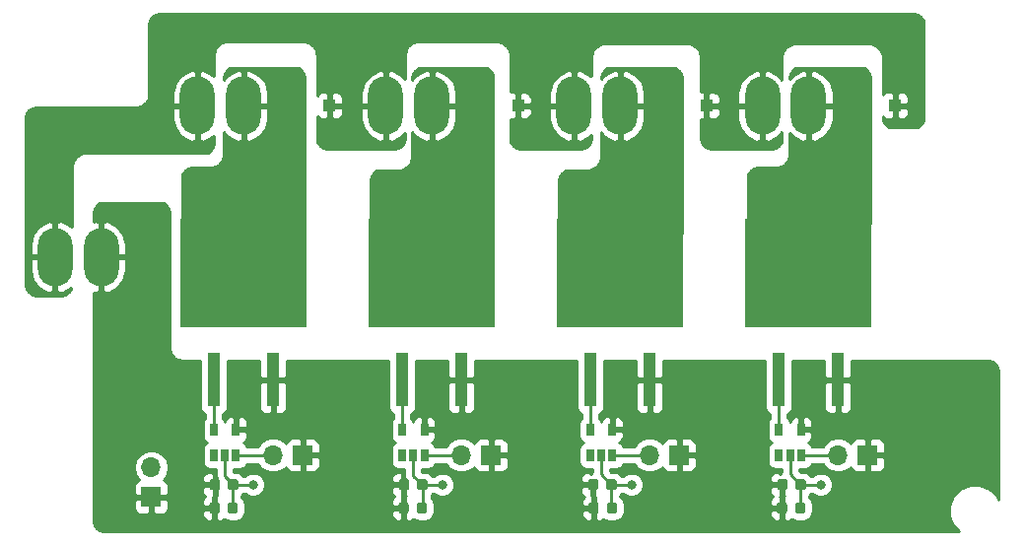
<source format=gtl>
G04 #@! TF.GenerationSoftware,KiCad,Pcbnew,5.0.1-33cea8e~68~ubuntu16.04.1*
G04 #@! TF.CreationDate,2019-04-13T16:09:11-04:00*
G04 #@! TF.ProjectId,fieldeffector,6669656C646566666563746F722E6B69,rev?*
G04 #@! TF.SameCoordinates,Original*
G04 #@! TF.FileFunction,Copper,L1,Top,Signal*
G04 #@! TF.FilePolarity,Positive*
%FSLAX46Y46*%
G04 Gerber Fmt 4.6, Leading zero omitted, Abs format (unit mm)*
G04 Created by KiCad (PCBNEW 5.0.1-33cea8e~68~ubuntu16.04.1) date Sat 13 Apr 2019 16:09:11 EDT*
%MOMM*%
%LPD*%
G01*
G04 APERTURE LIST*
G04 #@! TA.AperFunction,ComponentPad*
%ADD10O,2.999740X5.001260*%
G04 #@! TD*
G04 #@! TA.AperFunction,SMDPad,CuDef*
%ADD11R,10.800000X9.400000*%
G04 #@! TD*
G04 #@! TA.AperFunction,SMDPad,CuDef*
%ADD12R,1.100000X4.600000*%
G04 #@! TD*
G04 #@! TA.AperFunction,SMDPad,CuDef*
%ADD13R,0.650000X1.060000*%
G04 #@! TD*
G04 #@! TA.AperFunction,ComponentPad*
%ADD14O,1.700000X1.700000*%
G04 #@! TD*
G04 #@! TA.AperFunction,ComponentPad*
%ADD15R,1.700000X1.700000*%
G04 #@! TD*
G04 #@! TA.AperFunction,Conductor*
%ADD16C,0.100000*%
G04 #@! TD*
G04 #@! TA.AperFunction,SMDPad,CuDef*
%ADD17C,0.875000*%
G04 #@! TD*
G04 #@! TA.AperFunction,SMDPad,CuDef*
%ADD18R,1.100000X1.100000*%
G04 #@! TD*
G04 #@! TA.AperFunction,ViaPad*
%ADD19C,0.800000*%
G04 #@! TD*
G04 #@! TA.AperFunction,Conductor*
%ADD20C,0.250000*%
G04 #@! TD*
G04 #@! TA.AperFunction,Conductor*
%ADD21C,0.254000*%
G04 #@! TD*
G04 APERTURE END LIST*
D10*
G04 #@! TO.P,J3,2*
G04 #@! TO.N,Net-(D2-Pad2)*
X107000000Y-93265000D03*
G04 #@! TO.P,J3,1*
G04 #@! TO.N,+48V*
X103037600Y-93265000D03*
G04 #@! TD*
G04 #@! TO.P,J2,2*
G04 #@! TO.N,Net-(D3-Pad2)*
X123180000Y-93265000D03*
G04 #@! TO.P,J2,1*
G04 #@! TO.N,+48V*
X119217600Y-93265000D03*
G04 #@! TD*
G04 #@! TO.P,J5,2*
G04 #@! TO.N,+48V*
X74637600Y-106265000D03*
G04 #@! TO.P,J5,1*
G04 #@! TO.N,GND*
X78600000Y-106265000D03*
G04 #@! TD*
D11*
G04 #@! TO.P,Q4,2*
G04 #@! TO.N,Net-(D4-Pad2)*
X139360000Y-107665000D03*
D12*
G04 #@! TO.P,Q4,3*
G04 #@! TO.N,GND*
X141900000Y-116815000D03*
G04 #@! TO.P,Q4,1*
G04 #@! TO.N,Net-(Q4-Pad1)*
X136820000Y-116815000D03*
G04 #@! TD*
D11*
G04 #@! TO.P,Q3,2*
G04 #@! TO.N,Net-(D3-Pad2)*
X123180000Y-107665000D03*
D12*
G04 #@! TO.P,Q3,3*
G04 #@! TO.N,GND*
X125720000Y-116815000D03*
G04 #@! TO.P,Q3,1*
G04 #@! TO.N,Net-(Q3-Pad1)*
X120640000Y-116815000D03*
G04 #@! TD*
D11*
G04 #@! TO.P,Q2,2*
G04 #@! TO.N,Net-(D2-Pad2)*
X107000000Y-107665000D03*
D12*
G04 #@! TO.P,Q2,3*
G04 #@! TO.N,GND*
X109540000Y-116815000D03*
G04 #@! TO.P,Q2,1*
G04 #@! TO.N,Net-(Q2-Pad1)*
X104460000Y-116815000D03*
G04 #@! TD*
D11*
G04 #@! TO.P,Q1,2*
G04 #@! TO.N,Net-(D1-Pad2)*
X90820000Y-107665000D03*
D12*
G04 #@! TO.P,Q1,3*
G04 #@! TO.N,GND*
X93360000Y-116815000D03*
G04 #@! TO.P,Q1,1*
G04 #@! TO.N,Net-(Q1-Pad1)*
X88280000Y-116815000D03*
G04 #@! TD*
D13*
G04 #@! TO.P,U4,5*
G04 #@! TO.N,Net-(Q4-Pad1)*
X136820000Y-121090000D03*
G04 #@! TO.P,U4,4*
G04 #@! TO.N,GND*
X138720000Y-121090000D03*
G04 #@! TO.P,U4,3*
G04 #@! TO.N,Net-(J10-Pad2)*
X138720000Y-123290000D03*
G04 #@! TO.P,U4,2*
G04 #@! TO.N,+5V*
X137770000Y-123290000D03*
G04 #@! TO.P,U4,1*
G04 #@! TO.N,Net-(U4-Pad1)*
X136820000Y-123290000D03*
G04 #@! TD*
G04 #@! TO.P,U3,5*
G04 #@! TO.N,Net-(Q3-Pad1)*
X120605000Y-121090000D03*
G04 #@! TO.P,U3,4*
G04 #@! TO.N,GND*
X122505000Y-121090000D03*
G04 #@! TO.P,U3,3*
G04 #@! TO.N,Net-(J9-Pad2)*
X122505000Y-123290000D03*
G04 #@! TO.P,U3,2*
G04 #@! TO.N,+5V*
X121555000Y-123290000D03*
G04 #@! TO.P,U3,1*
G04 #@! TO.N,Net-(U3-Pad1)*
X120605000Y-123290000D03*
G04 #@! TD*
G04 #@! TO.P,U2,5*
G04 #@! TO.N,Net-(Q2-Pad1)*
X104460000Y-121090000D03*
G04 #@! TO.P,U2,4*
G04 #@! TO.N,GND*
X106360000Y-121090000D03*
G04 #@! TO.P,U2,3*
G04 #@! TO.N,Net-(J8-Pad2)*
X106360000Y-123290000D03*
G04 #@! TO.P,U2,2*
G04 #@! TO.N,+5V*
X105410000Y-123290000D03*
G04 #@! TO.P,U2,1*
G04 #@! TO.N,Net-(U2-Pad1)*
X104460000Y-123290000D03*
G04 #@! TD*
G04 #@! TO.P,U1,5*
G04 #@! TO.N,Net-(Q1-Pad1)*
X88280000Y-121090000D03*
G04 #@! TO.P,U1,4*
G04 #@! TO.N,GND*
X90180000Y-121090000D03*
G04 #@! TO.P,U1,3*
G04 #@! TO.N,Net-(J7-Pad2)*
X90180000Y-123290000D03*
G04 #@! TO.P,U1,2*
G04 #@! TO.N,+5V*
X89230000Y-123290000D03*
G04 #@! TO.P,U1,1*
G04 #@! TO.N,Net-(U1-Pad1)*
X88280000Y-123290000D03*
G04 #@! TD*
D14*
G04 #@! TO.P,J8,2*
G04 #@! TO.N,Net-(J8-Pad2)*
X109540000Y-123290000D03*
D15*
G04 #@! TO.P,J8,1*
G04 #@! TO.N,GND*
X112080000Y-123290000D03*
G04 #@! TD*
D14*
G04 #@! TO.P,J10,2*
G04 #@! TO.N,Net-(J10-Pad2)*
X141900000Y-123290000D03*
D15*
G04 #@! TO.P,J10,1*
G04 #@! TO.N,GND*
X144440000Y-123290000D03*
G04 #@! TD*
D14*
G04 #@! TO.P,J9,2*
G04 #@! TO.N,Net-(J9-Pad2)*
X125705000Y-123290000D03*
D15*
G04 #@! TO.P,J9,1*
G04 #@! TO.N,GND*
X128245000Y-123290000D03*
G04 #@! TD*
D14*
G04 #@! TO.P,J7,2*
G04 #@! TO.N,Net-(J7-Pad2)*
X93360000Y-123290000D03*
D15*
G04 #@! TO.P,J7,1*
G04 #@! TO.N,GND*
X95900000Y-123290000D03*
G04 #@! TD*
D14*
G04 #@! TO.P,J6,2*
G04 #@! TO.N,+5V*
X82900000Y-124325000D03*
D15*
G04 #@! TO.P,J6,1*
G04 #@! TO.N,GND*
X82900000Y-126865000D03*
G04 #@! TD*
D16*
G04 #@! TO.N,GND*
G04 #@! TO.C,C1*
G36*
X88602691Y-125341053D02*
X88623926Y-125344203D01*
X88644750Y-125349419D01*
X88664962Y-125356651D01*
X88684368Y-125365830D01*
X88702781Y-125376866D01*
X88720024Y-125389654D01*
X88735930Y-125404070D01*
X88750346Y-125419976D01*
X88763134Y-125437219D01*
X88774170Y-125455632D01*
X88783349Y-125475038D01*
X88790581Y-125495250D01*
X88795797Y-125516074D01*
X88798947Y-125537309D01*
X88800000Y-125558750D01*
X88800000Y-126071250D01*
X88798947Y-126092691D01*
X88795797Y-126113926D01*
X88790581Y-126134750D01*
X88783349Y-126154962D01*
X88774170Y-126174368D01*
X88763134Y-126192781D01*
X88750346Y-126210024D01*
X88735930Y-126225930D01*
X88720024Y-126240346D01*
X88702781Y-126253134D01*
X88684368Y-126264170D01*
X88664962Y-126273349D01*
X88644750Y-126280581D01*
X88623926Y-126285797D01*
X88602691Y-126288947D01*
X88581250Y-126290000D01*
X88143750Y-126290000D01*
X88122309Y-126288947D01*
X88101074Y-126285797D01*
X88080250Y-126280581D01*
X88060038Y-126273349D01*
X88040632Y-126264170D01*
X88022219Y-126253134D01*
X88004976Y-126240346D01*
X87989070Y-126225930D01*
X87974654Y-126210024D01*
X87961866Y-126192781D01*
X87950830Y-126174368D01*
X87941651Y-126154962D01*
X87934419Y-126134750D01*
X87929203Y-126113926D01*
X87926053Y-126092691D01*
X87925000Y-126071250D01*
X87925000Y-125558750D01*
X87926053Y-125537309D01*
X87929203Y-125516074D01*
X87934419Y-125495250D01*
X87941651Y-125475038D01*
X87950830Y-125455632D01*
X87961866Y-125437219D01*
X87974654Y-125419976D01*
X87989070Y-125404070D01*
X88004976Y-125389654D01*
X88022219Y-125376866D01*
X88040632Y-125365830D01*
X88060038Y-125356651D01*
X88080250Y-125349419D01*
X88101074Y-125344203D01*
X88122309Y-125341053D01*
X88143750Y-125340000D01*
X88581250Y-125340000D01*
X88602691Y-125341053D01*
X88602691Y-125341053D01*
G37*
D17*
G04 #@! TD*
G04 #@! TO.P,C1,2*
G04 #@! TO.N,GND*
X88362500Y-125815000D03*
D16*
G04 #@! TO.N,+5V*
G04 #@! TO.C,C1*
G36*
X90177691Y-125341053D02*
X90198926Y-125344203D01*
X90219750Y-125349419D01*
X90239962Y-125356651D01*
X90259368Y-125365830D01*
X90277781Y-125376866D01*
X90295024Y-125389654D01*
X90310930Y-125404070D01*
X90325346Y-125419976D01*
X90338134Y-125437219D01*
X90349170Y-125455632D01*
X90358349Y-125475038D01*
X90365581Y-125495250D01*
X90370797Y-125516074D01*
X90373947Y-125537309D01*
X90375000Y-125558750D01*
X90375000Y-126071250D01*
X90373947Y-126092691D01*
X90370797Y-126113926D01*
X90365581Y-126134750D01*
X90358349Y-126154962D01*
X90349170Y-126174368D01*
X90338134Y-126192781D01*
X90325346Y-126210024D01*
X90310930Y-126225930D01*
X90295024Y-126240346D01*
X90277781Y-126253134D01*
X90259368Y-126264170D01*
X90239962Y-126273349D01*
X90219750Y-126280581D01*
X90198926Y-126285797D01*
X90177691Y-126288947D01*
X90156250Y-126290000D01*
X89718750Y-126290000D01*
X89697309Y-126288947D01*
X89676074Y-126285797D01*
X89655250Y-126280581D01*
X89635038Y-126273349D01*
X89615632Y-126264170D01*
X89597219Y-126253134D01*
X89579976Y-126240346D01*
X89564070Y-126225930D01*
X89549654Y-126210024D01*
X89536866Y-126192781D01*
X89525830Y-126174368D01*
X89516651Y-126154962D01*
X89509419Y-126134750D01*
X89504203Y-126113926D01*
X89501053Y-126092691D01*
X89500000Y-126071250D01*
X89500000Y-125558750D01*
X89501053Y-125537309D01*
X89504203Y-125516074D01*
X89509419Y-125495250D01*
X89516651Y-125475038D01*
X89525830Y-125455632D01*
X89536866Y-125437219D01*
X89549654Y-125419976D01*
X89564070Y-125404070D01*
X89579976Y-125389654D01*
X89597219Y-125376866D01*
X89615632Y-125365830D01*
X89635038Y-125356651D01*
X89655250Y-125349419D01*
X89676074Y-125344203D01*
X89697309Y-125341053D01*
X89718750Y-125340000D01*
X90156250Y-125340000D01*
X90177691Y-125341053D01*
X90177691Y-125341053D01*
G37*
D17*
G04 #@! TD*
G04 #@! TO.P,C1,1*
G04 #@! TO.N,+5V*
X89937500Y-125815000D03*
D16*
G04 #@! TO.N,GND*
G04 #@! TO.C,C2*
G36*
X88565191Y-127341053D02*
X88586426Y-127344203D01*
X88607250Y-127349419D01*
X88627462Y-127356651D01*
X88646868Y-127365830D01*
X88665281Y-127376866D01*
X88682524Y-127389654D01*
X88698430Y-127404070D01*
X88712846Y-127419976D01*
X88725634Y-127437219D01*
X88736670Y-127455632D01*
X88745849Y-127475038D01*
X88753081Y-127495250D01*
X88758297Y-127516074D01*
X88761447Y-127537309D01*
X88762500Y-127558750D01*
X88762500Y-128071250D01*
X88761447Y-128092691D01*
X88758297Y-128113926D01*
X88753081Y-128134750D01*
X88745849Y-128154962D01*
X88736670Y-128174368D01*
X88725634Y-128192781D01*
X88712846Y-128210024D01*
X88698430Y-128225930D01*
X88682524Y-128240346D01*
X88665281Y-128253134D01*
X88646868Y-128264170D01*
X88627462Y-128273349D01*
X88607250Y-128280581D01*
X88586426Y-128285797D01*
X88565191Y-128288947D01*
X88543750Y-128290000D01*
X88106250Y-128290000D01*
X88084809Y-128288947D01*
X88063574Y-128285797D01*
X88042750Y-128280581D01*
X88022538Y-128273349D01*
X88003132Y-128264170D01*
X87984719Y-128253134D01*
X87967476Y-128240346D01*
X87951570Y-128225930D01*
X87937154Y-128210024D01*
X87924366Y-128192781D01*
X87913330Y-128174368D01*
X87904151Y-128154962D01*
X87896919Y-128134750D01*
X87891703Y-128113926D01*
X87888553Y-128092691D01*
X87887500Y-128071250D01*
X87887500Y-127558750D01*
X87888553Y-127537309D01*
X87891703Y-127516074D01*
X87896919Y-127495250D01*
X87904151Y-127475038D01*
X87913330Y-127455632D01*
X87924366Y-127437219D01*
X87937154Y-127419976D01*
X87951570Y-127404070D01*
X87967476Y-127389654D01*
X87984719Y-127376866D01*
X88003132Y-127365830D01*
X88022538Y-127356651D01*
X88042750Y-127349419D01*
X88063574Y-127344203D01*
X88084809Y-127341053D01*
X88106250Y-127340000D01*
X88543750Y-127340000D01*
X88565191Y-127341053D01*
X88565191Y-127341053D01*
G37*
D17*
G04 #@! TD*
G04 #@! TO.P,C2,2*
G04 #@! TO.N,GND*
X88325000Y-127815000D03*
D16*
G04 #@! TO.N,+5V*
G04 #@! TO.C,C2*
G36*
X90140191Y-127341053D02*
X90161426Y-127344203D01*
X90182250Y-127349419D01*
X90202462Y-127356651D01*
X90221868Y-127365830D01*
X90240281Y-127376866D01*
X90257524Y-127389654D01*
X90273430Y-127404070D01*
X90287846Y-127419976D01*
X90300634Y-127437219D01*
X90311670Y-127455632D01*
X90320849Y-127475038D01*
X90328081Y-127495250D01*
X90333297Y-127516074D01*
X90336447Y-127537309D01*
X90337500Y-127558750D01*
X90337500Y-128071250D01*
X90336447Y-128092691D01*
X90333297Y-128113926D01*
X90328081Y-128134750D01*
X90320849Y-128154962D01*
X90311670Y-128174368D01*
X90300634Y-128192781D01*
X90287846Y-128210024D01*
X90273430Y-128225930D01*
X90257524Y-128240346D01*
X90240281Y-128253134D01*
X90221868Y-128264170D01*
X90202462Y-128273349D01*
X90182250Y-128280581D01*
X90161426Y-128285797D01*
X90140191Y-128288947D01*
X90118750Y-128290000D01*
X89681250Y-128290000D01*
X89659809Y-128288947D01*
X89638574Y-128285797D01*
X89617750Y-128280581D01*
X89597538Y-128273349D01*
X89578132Y-128264170D01*
X89559719Y-128253134D01*
X89542476Y-128240346D01*
X89526570Y-128225930D01*
X89512154Y-128210024D01*
X89499366Y-128192781D01*
X89488330Y-128174368D01*
X89479151Y-128154962D01*
X89471919Y-128134750D01*
X89466703Y-128113926D01*
X89463553Y-128092691D01*
X89462500Y-128071250D01*
X89462500Y-127558750D01*
X89463553Y-127537309D01*
X89466703Y-127516074D01*
X89471919Y-127495250D01*
X89479151Y-127475038D01*
X89488330Y-127455632D01*
X89499366Y-127437219D01*
X89512154Y-127419976D01*
X89526570Y-127404070D01*
X89542476Y-127389654D01*
X89559719Y-127376866D01*
X89578132Y-127365830D01*
X89597538Y-127356651D01*
X89617750Y-127349419D01*
X89638574Y-127344203D01*
X89659809Y-127341053D01*
X89681250Y-127340000D01*
X90118750Y-127340000D01*
X90140191Y-127341053D01*
X90140191Y-127341053D01*
G37*
D17*
G04 #@! TD*
G04 #@! TO.P,C2,1*
G04 #@! TO.N,+5V*
X89900000Y-127815000D03*
D16*
G04 #@! TO.N,GND*
G04 #@! TO.C,C3*
G36*
X104852691Y-125341053D02*
X104873926Y-125344203D01*
X104894750Y-125349419D01*
X104914962Y-125356651D01*
X104934368Y-125365830D01*
X104952781Y-125376866D01*
X104970024Y-125389654D01*
X104985930Y-125404070D01*
X105000346Y-125419976D01*
X105013134Y-125437219D01*
X105024170Y-125455632D01*
X105033349Y-125475038D01*
X105040581Y-125495250D01*
X105045797Y-125516074D01*
X105048947Y-125537309D01*
X105050000Y-125558750D01*
X105050000Y-126071250D01*
X105048947Y-126092691D01*
X105045797Y-126113926D01*
X105040581Y-126134750D01*
X105033349Y-126154962D01*
X105024170Y-126174368D01*
X105013134Y-126192781D01*
X105000346Y-126210024D01*
X104985930Y-126225930D01*
X104970024Y-126240346D01*
X104952781Y-126253134D01*
X104934368Y-126264170D01*
X104914962Y-126273349D01*
X104894750Y-126280581D01*
X104873926Y-126285797D01*
X104852691Y-126288947D01*
X104831250Y-126290000D01*
X104393750Y-126290000D01*
X104372309Y-126288947D01*
X104351074Y-126285797D01*
X104330250Y-126280581D01*
X104310038Y-126273349D01*
X104290632Y-126264170D01*
X104272219Y-126253134D01*
X104254976Y-126240346D01*
X104239070Y-126225930D01*
X104224654Y-126210024D01*
X104211866Y-126192781D01*
X104200830Y-126174368D01*
X104191651Y-126154962D01*
X104184419Y-126134750D01*
X104179203Y-126113926D01*
X104176053Y-126092691D01*
X104175000Y-126071250D01*
X104175000Y-125558750D01*
X104176053Y-125537309D01*
X104179203Y-125516074D01*
X104184419Y-125495250D01*
X104191651Y-125475038D01*
X104200830Y-125455632D01*
X104211866Y-125437219D01*
X104224654Y-125419976D01*
X104239070Y-125404070D01*
X104254976Y-125389654D01*
X104272219Y-125376866D01*
X104290632Y-125365830D01*
X104310038Y-125356651D01*
X104330250Y-125349419D01*
X104351074Y-125344203D01*
X104372309Y-125341053D01*
X104393750Y-125340000D01*
X104831250Y-125340000D01*
X104852691Y-125341053D01*
X104852691Y-125341053D01*
G37*
D17*
G04 #@! TD*
G04 #@! TO.P,C3,2*
G04 #@! TO.N,GND*
X104612500Y-125815000D03*
D16*
G04 #@! TO.N,+5V*
G04 #@! TO.C,C3*
G36*
X106427691Y-125341053D02*
X106448926Y-125344203D01*
X106469750Y-125349419D01*
X106489962Y-125356651D01*
X106509368Y-125365830D01*
X106527781Y-125376866D01*
X106545024Y-125389654D01*
X106560930Y-125404070D01*
X106575346Y-125419976D01*
X106588134Y-125437219D01*
X106599170Y-125455632D01*
X106608349Y-125475038D01*
X106615581Y-125495250D01*
X106620797Y-125516074D01*
X106623947Y-125537309D01*
X106625000Y-125558750D01*
X106625000Y-126071250D01*
X106623947Y-126092691D01*
X106620797Y-126113926D01*
X106615581Y-126134750D01*
X106608349Y-126154962D01*
X106599170Y-126174368D01*
X106588134Y-126192781D01*
X106575346Y-126210024D01*
X106560930Y-126225930D01*
X106545024Y-126240346D01*
X106527781Y-126253134D01*
X106509368Y-126264170D01*
X106489962Y-126273349D01*
X106469750Y-126280581D01*
X106448926Y-126285797D01*
X106427691Y-126288947D01*
X106406250Y-126290000D01*
X105968750Y-126290000D01*
X105947309Y-126288947D01*
X105926074Y-126285797D01*
X105905250Y-126280581D01*
X105885038Y-126273349D01*
X105865632Y-126264170D01*
X105847219Y-126253134D01*
X105829976Y-126240346D01*
X105814070Y-126225930D01*
X105799654Y-126210024D01*
X105786866Y-126192781D01*
X105775830Y-126174368D01*
X105766651Y-126154962D01*
X105759419Y-126134750D01*
X105754203Y-126113926D01*
X105751053Y-126092691D01*
X105750000Y-126071250D01*
X105750000Y-125558750D01*
X105751053Y-125537309D01*
X105754203Y-125516074D01*
X105759419Y-125495250D01*
X105766651Y-125475038D01*
X105775830Y-125455632D01*
X105786866Y-125437219D01*
X105799654Y-125419976D01*
X105814070Y-125404070D01*
X105829976Y-125389654D01*
X105847219Y-125376866D01*
X105865632Y-125365830D01*
X105885038Y-125356651D01*
X105905250Y-125349419D01*
X105926074Y-125344203D01*
X105947309Y-125341053D01*
X105968750Y-125340000D01*
X106406250Y-125340000D01*
X106427691Y-125341053D01*
X106427691Y-125341053D01*
G37*
D17*
G04 #@! TD*
G04 #@! TO.P,C3,1*
G04 #@! TO.N,+5V*
X106187500Y-125815000D03*
D16*
G04 #@! TO.N,GND*
G04 #@! TO.C,C4*
G36*
X104815191Y-127341053D02*
X104836426Y-127344203D01*
X104857250Y-127349419D01*
X104877462Y-127356651D01*
X104896868Y-127365830D01*
X104915281Y-127376866D01*
X104932524Y-127389654D01*
X104948430Y-127404070D01*
X104962846Y-127419976D01*
X104975634Y-127437219D01*
X104986670Y-127455632D01*
X104995849Y-127475038D01*
X105003081Y-127495250D01*
X105008297Y-127516074D01*
X105011447Y-127537309D01*
X105012500Y-127558750D01*
X105012500Y-128071250D01*
X105011447Y-128092691D01*
X105008297Y-128113926D01*
X105003081Y-128134750D01*
X104995849Y-128154962D01*
X104986670Y-128174368D01*
X104975634Y-128192781D01*
X104962846Y-128210024D01*
X104948430Y-128225930D01*
X104932524Y-128240346D01*
X104915281Y-128253134D01*
X104896868Y-128264170D01*
X104877462Y-128273349D01*
X104857250Y-128280581D01*
X104836426Y-128285797D01*
X104815191Y-128288947D01*
X104793750Y-128290000D01*
X104356250Y-128290000D01*
X104334809Y-128288947D01*
X104313574Y-128285797D01*
X104292750Y-128280581D01*
X104272538Y-128273349D01*
X104253132Y-128264170D01*
X104234719Y-128253134D01*
X104217476Y-128240346D01*
X104201570Y-128225930D01*
X104187154Y-128210024D01*
X104174366Y-128192781D01*
X104163330Y-128174368D01*
X104154151Y-128154962D01*
X104146919Y-128134750D01*
X104141703Y-128113926D01*
X104138553Y-128092691D01*
X104137500Y-128071250D01*
X104137500Y-127558750D01*
X104138553Y-127537309D01*
X104141703Y-127516074D01*
X104146919Y-127495250D01*
X104154151Y-127475038D01*
X104163330Y-127455632D01*
X104174366Y-127437219D01*
X104187154Y-127419976D01*
X104201570Y-127404070D01*
X104217476Y-127389654D01*
X104234719Y-127376866D01*
X104253132Y-127365830D01*
X104272538Y-127356651D01*
X104292750Y-127349419D01*
X104313574Y-127344203D01*
X104334809Y-127341053D01*
X104356250Y-127340000D01*
X104793750Y-127340000D01*
X104815191Y-127341053D01*
X104815191Y-127341053D01*
G37*
D17*
G04 #@! TD*
G04 #@! TO.P,C4,2*
G04 #@! TO.N,GND*
X104575000Y-127815000D03*
D16*
G04 #@! TO.N,+5V*
G04 #@! TO.C,C4*
G36*
X106390191Y-127341053D02*
X106411426Y-127344203D01*
X106432250Y-127349419D01*
X106452462Y-127356651D01*
X106471868Y-127365830D01*
X106490281Y-127376866D01*
X106507524Y-127389654D01*
X106523430Y-127404070D01*
X106537846Y-127419976D01*
X106550634Y-127437219D01*
X106561670Y-127455632D01*
X106570849Y-127475038D01*
X106578081Y-127495250D01*
X106583297Y-127516074D01*
X106586447Y-127537309D01*
X106587500Y-127558750D01*
X106587500Y-128071250D01*
X106586447Y-128092691D01*
X106583297Y-128113926D01*
X106578081Y-128134750D01*
X106570849Y-128154962D01*
X106561670Y-128174368D01*
X106550634Y-128192781D01*
X106537846Y-128210024D01*
X106523430Y-128225930D01*
X106507524Y-128240346D01*
X106490281Y-128253134D01*
X106471868Y-128264170D01*
X106452462Y-128273349D01*
X106432250Y-128280581D01*
X106411426Y-128285797D01*
X106390191Y-128288947D01*
X106368750Y-128290000D01*
X105931250Y-128290000D01*
X105909809Y-128288947D01*
X105888574Y-128285797D01*
X105867750Y-128280581D01*
X105847538Y-128273349D01*
X105828132Y-128264170D01*
X105809719Y-128253134D01*
X105792476Y-128240346D01*
X105776570Y-128225930D01*
X105762154Y-128210024D01*
X105749366Y-128192781D01*
X105738330Y-128174368D01*
X105729151Y-128154962D01*
X105721919Y-128134750D01*
X105716703Y-128113926D01*
X105713553Y-128092691D01*
X105712500Y-128071250D01*
X105712500Y-127558750D01*
X105713553Y-127537309D01*
X105716703Y-127516074D01*
X105721919Y-127495250D01*
X105729151Y-127475038D01*
X105738330Y-127455632D01*
X105749366Y-127437219D01*
X105762154Y-127419976D01*
X105776570Y-127404070D01*
X105792476Y-127389654D01*
X105809719Y-127376866D01*
X105828132Y-127365830D01*
X105847538Y-127356651D01*
X105867750Y-127349419D01*
X105888574Y-127344203D01*
X105909809Y-127341053D01*
X105931250Y-127340000D01*
X106368750Y-127340000D01*
X106390191Y-127341053D01*
X106390191Y-127341053D01*
G37*
D17*
G04 #@! TD*
G04 #@! TO.P,C4,1*
G04 #@! TO.N,+5V*
X106150000Y-127815000D03*
D16*
G04 #@! TO.N,GND*
G04 #@! TO.C,C5*
G36*
X121140191Y-127341053D02*
X121161426Y-127344203D01*
X121182250Y-127349419D01*
X121202462Y-127356651D01*
X121221868Y-127365830D01*
X121240281Y-127376866D01*
X121257524Y-127389654D01*
X121273430Y-127404070D01*
X121287846Y-127419976D01*
X121300634Y-127437219D01*
X121311670Y-127455632D01*
X121320849Y-127475038D01*
X121328081Y-127495250D01*
X121333297Y-127516074D01*
X121336447Y-127537309D01*
X121337500Y-127558750D01*
X121337500Y-128071250D01*
X121336447Y-128092691D01*
X121333297Y-128113926D01*
X121328081Y-128134750D01*
X121320849Y-128154962D01*
X121311670Y-128174368D01*
X121300634Y-128192781D01*
X121287846Y-128210024D01*
X121273430Y-128225930D01*
X121257524Y-128240346D01*
X121240281Y-128253134D01*
X121221868Y-128264170D01*
X121202462Y-128273349D01*
X121182250Y-128280581D01*
X121161426Y-128285797D01*
X121140191Y-128288947D01*
X121118750Y-128290000D01*
X120681250Y-128290000D01*
X120659809Y-128288947D01*
X120638574Y-128285797D01*
X120617750Y-128280581D01*
X120597538Y-128273349D01*
X120578132Y-128264170D01*
X120559719Y-128253134D01*
X120542476Y-128240346D01*
X120526570Y-128225930D01*
X120512154Y-128210024D01*
X120499366Y-128192781D01*
X120488330Y-128174368D01*
X120479151Y-128154962D01*
X120471919Y-128134750D01*
X120466703Y-128113926D01*
X120463553Y-128092691D01*
X120462500Y-128071250D01*
X120462500Y-127558750D01*
X120463553Y-127537309D01*
X120466703Y-127516074D01*
X120471919Y-127495250D01*
X120479151Y-127475038D01*
X120488330Y-127455632D01*
X120499366Y-127437219D01*
X120512154Y-127419976D01*
X120526570Y-127404070D01*
X120542476Y-127389654D01*
X120559719Y-127376866D01*
X120578132Y-127365830D01*
X120597538Y-127356651D01*
X120617750Y-127349419D01*
X120638574Y-127344203D01*
X120659809Y-127341053D01*
X120681250Y-127340000D01*
X121118750Y-127340000D01*
X121140191Y-127341053D01*
X121140191Y-127341053D01*
G37*
D17*
G04 #@! TD*
G04 #@! TO.P,C5,2*
G04 #@! TO.N,GND*
X120900000Y-127815000D03*
D16*
G04 #@! TO.N,+5V*
G04 #@! TO.C,C5*
G36*
X122715191Y-127341053D02*
X122736426Y-127344203D01*
X122757250Y-127349419D01*
X122777462Y-127356651D01*
X122796868Y-127365830D01*
X122815281Y-127376866D01*
X122832524Y-127389654D01*
X122848430Y-127404070D01*
X122862846Y-127419976D01*
X122875634Y-127437219D01*
X122886670Y-127455632D01*
X122895849Y-127475038D01*
X122903081Y-127495250D01*
X122908297Y-127516074D01*
X122911447Y-127537309D01*
X122912500Y-127558750D01*
X122912500Y-128071250D01*
X122911447Y-128092691D01*
X122908297Y-128113926D01*
X122903081Y-128134750D01*
X122895849Y-128154962D01*
X122886670Y-128174368D01*
X122875634Y-128192781D01*
X122862846Y-128210024D01*
X122848430Y-128225930D01*
X122832524Y-128240346D01*
X122815281Y-128253134D01*
X122796868Y-128264170D01*
X122777462Y-128273349D01*
X122757250Y-128280581D01*
X122736426Y-128285797D01*
X122715191Y-128288947D01*
X122693750Y-128290000D01*
X122256250Y-128290000D01*
X122234809Y-128288947D01*
X122213574Y-128285797D01*
X122192750Y-128280581D01*
X122172538Y-128273349D01*
X122153132Y-128264170D01*
X122134719Y-128253134D01*
X122117476Y-128240346D01*
X122101570Y-128225930D01*
X122087154Y-128210024D01*
X122074366Y-128192781D01*
X122063330Y-128174368D01*
X122054151Y-128154962D01*
X122046919Y-128134750D01*
X122041703Y-128113926D01*
X122038553Y-128092691D01*
X122037500Y-128071250D01*
X122037500Y-127558750D01*
X122038553Y-127537309D01*
X122041703Y-127516074D01*
X122046919Y-127495250D01*
X122054151Y-127475038D01*
X122063330Y-127455632D01*
X122074366Y-127437219D01*
X122087154Y-127419976D01*
X122101570Y-127404070D01*
X122117476Y-127389654D01*
X122134719Y-127376866D01*
X122153132Y-127365830D01*
X122172538Y-127356651D01*
X122192750Y-127349419D01*
X122213574Y-127344203D01*
X122234809Y-127341053D01*
X122256250Y-127340000D01*
X122693750Y-127340000D01*
X122715191Y-127341053D01*
X122715191Y-127341053D01*
G37*
D17*
G04 #@! TD*
G04 #@! TO.P,C5,1*
G04 #@! TO.N,+5V*
X122475000Y-127815000D03*
D16*
G04 #@! TO.N,GND*
G04 #@! TO.C,C6*
G36*
X121102691Y-125341053D02*
X121123926Y-125344203D01*
X121144750Y-125349419D01*
X121164962Y-125356651D01*
X121184368Y-125365830D01*
X121202781Y-125376866D01*
X121220024Y-125389654D01*
X121235930Y-125404070D01*
X121250346Y-125419976D01*
X121263134Y-125437219D01*
X121274170Y-125455632D01*
X121283349Y-125475038D01*
X121290581Y-125495250D01*
X121295797Y-125516074D01*
X121298947Y-125537309D01*
X121300000Y-125558750D01*
X121300000Y-126071250D01*
X121298947Y-126092691D01*
X121295797Y-126113926D01*
X121290581Y-126134750D01*
X121283349Y-126154962D01*
X121274170Y-126174368D01*
X121263134Y-126192781D01*
X121250346Y-126210024D01*
X121235930Y-126225930D01*
X121220024Y-126240346D01*
X121202781Y-126253134D01*
X121184368Y-126264170D01*
X121164962Y-126273349D01*
X121144750Y-126280581D01*
X121123926Y-126285797D01*
X121102691Y-126288947D01*
X121081250Y-126290000D01*
X120643750Y-126290000D01*
X120622309Y-126288947D01*
X120601074Y-126285797D01*
X120580250Y-126280581D01*
X120560038Y-126273349D01*
X120540632Y-126264170D01*
X120522219Y-126253134D01*
X120504976Y-126240346D01*
X120489070Y-126225930D01*
X120474654Y-126210024D01*
X120461866Y-126192781D01*
X120450830Y-126174368D01*
X120441651Y-126154962D01*
X120434419Y-126134750D01*
X120429203Y-126113926D01*
X120426053Y-126092691D01*
X120425000Y-126071250D01*
X120425000Y-125558750D01*
X120426053Y-125537309D01*
X120429203Y-125516074D01*
X120434419Y-125495250D01*
X120441651Y-125475038D01*
X120450830Y-125455632D01*
X120461866Y-125437219D01*
X120474654Y-125419976D01*
X120489070Y-125404070D01*
X120504976Y-125389654D01*
X120522219Y-125376866D01*
X120540632Y-125365830D01*
X120560038Y-125356651D01*
X120580250Y-125349419D01*
X120601074Y-125344203D01*
X120622309Y-125341053D01*
X120643750Y-125340000D01*
X121081250Y-125340000D01*
X121102691Y-125341053D01*
X121102691Y-125341053D01*
G37*
D17*
G04 #@! TD*
G04 #@! TO.P,C6,2*
G04 #@! TO.N,GND*
X120862500Y-125815000D03*
D16*
G04 #@! TO.N,+5V*
G04 #@! TO.C,C6*
G36*
X122677691Y-125341053D02*
X122698926Y-125344203D01*
X122719750Y-125349419D01*
X122739962Y-125356651D01*
X122759368Y-125365830D01*
X122777781Y-125376866D01*
X122795024Y-125389654D01*
X122810930Y-125404070D01*
X122825346Y-125419976D01*
X122838134Y-125437219D01*
X122849170Y-125455632D01*
X122858349Y-125475038D01*
X122865581Y-125495250D01*
X122870797Y-125516074D01*
X122873947Y-125537309D01*
X122875000Y-125558750D01*
X122875000Y-126071250D01*
X122873947Y-126092691D01*
X122870797Y-126113926D01*
X122865581Y-126134750D01*
X122858349Y-126154962D01*
X122849170Y-126174368D01*
X122838134Y-126192781D01*
X122825346Y-126210024D01*
X122810930Y-126225930D01*
X122795024Y-126240346D01*
X122777781Y-126253134D01*
X122759368Y-126264170D01*
X122739962Y-126273349D01*
X122719750Y-126280581D01*
X122698926Y-126285797D01*
X122677691Y-126288947D01*
X122656250Y-126290000D01*
X122218750Y-126290000D01*
X122197309Y-126288947D01*
X122176074Y-126285797D01*
X122155250Y-126280581D01*
X122135038Y-126273349D01*
X122115632Y-126264170D01*
X122097219Y-126253134D01*
X122079976Y-126240346D01*
X122064070Y-126225930D01*
X122049654Y-126210024D01*
X122036866Y-126192781D01*
X122025830Y-126174368D01*
X122016651Y-126154962D01*
X122009419Y-126134750D01*
X122004203Y-126113926D01*
X122001053Y-126092691D01*
X122000000Y-126071250D01*
X122000000Y-125558750D01*
X122001053Y-125537309D01*
X122004203Y-125516074D01*
X122009419Y-125495250D01*
X122016651Y-125475038D01*
X122025830Y-125455632D01*
X122036866Y-125437219D01*
X122049654Y-125419976D01*
X122064070Y-125404070D01*
X122079976Y-125389654D01*
X122097219Y-125376866D01*
X122115632Y-125365830D01*
X122135038Y-125356651D01*
X122155250Y-125349419D01*
X122176074Y-125344203D01*
X122197309Y-125341053D01*
X122218750Y-125340000D01*
X122656250Y-125340000D01*
X122677691Y-125341053D01*
X122677691Y-125341053D01*
G37*
D17*
G04 #@! TD*
G04 #@! TO.P,C6,1*
G04 #@! TO.N,+5V*
X122437500Y-125815000D03*
D16*
G04 #@! TO.N,GND*
G04 #@! TO.C,C7*
G36*
X137315191Y-127341053D02*
X137336426Y-127344203D01*
X137357250Y-127349419D01*
X137377462Y-127356651D01*
X137396868Y-127365830D01*
X137415281Y-127376866D01*
X137432524Y-127389654D01*
X137448430Y-127404070D01*
X137462846Y-127419976D01*
X137475634Y-127437219D01*
X137486670Y-127455632D01*
X137495849Y-127475038D01*
X137503081Y-127495250D01*
X137508297Y-127516074D01*
X137511447Y-127537309D01*
X137512500Y-127558750D01*
X137512500Y-128071250D01*
X137511447Y-128092691D01*
X137508297Y-128113926D01*
X137503081Y-128134750D01*
X137495849Y-128154962D01*
X137486670Y-128174368D01*
X137475634Y-128192781D01*
X137462846Y-128210024D01*
X137448430Y-128225930D01*
X137432524Y-128240346D01*
X137415281Y-128253134D01*
X137396868Y-128264170D01*
X137377462Y-128273349D01*
X137357250Y-128280581D01*
X137336426Y-128285797D01*
X137315191Y-128288947D01*
X137293750Y-128290000D01*
X136856250Y-128290000D01*
X136834809Y-128288947D01*
X136813574Y-128285797D01*
X136792750Y-128280581D01*
X136772538Y-128273349D01*
X136753132Y-128264170D01*
X136734719Y-128253134D01*
X136717476Y-128240346D01*
X136701570Y-128225930D01*
X136687154Y-128210024D01*
X136674366Y-128192781D01*
X136663330Y-128174368D01*
X136654151Y-128154962D01*
X136646919Y-128134750D01*
X136641703Y-128113926D01*
X136638553Y-128092691D01*
X136637500Y-128071250D01*
X136637500Y-127558750D01*
X136638553Y-127537309D01*
X136641703Y-127516074D01*
X136646919Y-127495250D01*
X136654151Y-127475038D01*
X136663330Y-127455632D01*
X136674366Y-127437219D01*
X136687154Y-127419976D01*
X136701570Y-127404070D01*
X136717476Y-127389654D01*
X136734719Y-127376866D01*
X136753132Y-127365830D01*
X136772538Y-127356651D01*
X136792750Y-127349419D01*
X136813574Y-127344203D01*
X136834809Y-127341053D01*
X136856250Y-127340000D01*
X137293750Y-127340000D01*
X137315191Y-127341053D01*
X137315191Y-127341053D01*
G37*
D17*
G04 #@! TD*
G04 #@! TO.P,C7,2*
G04 #@! TO.N,GND*
X137075000Y-127815000D03*
D16*
G04 #@! TO.N,+5V*
G04 #@! TO.C,C7*
G36*
X138890191Y-127341053D02*
X138911426Y-127344203D01*
X138932250Y-127349419D01*
X138952462Y-127356651D01*
X138971868Y-127365830D01*
X138990281Y-127376866D01*
X139007524Y-127389654D01*
X139023430Y-127404070D01*
X139037846Y-127419976D01*
X139050634Y-127437219D01*
X139061670Y-127455632D01*
X139070849Y-127475038D01*
X139078081Y-127495250D01*
X139083297Y-127516074D01*
X139086447Y-127537309D01*
X139087500Y-127558750D01*
X139087500Y-128071250D01*
X139086447Y-128092691D01*
X139083297Y-128113926D01*
X139078081Y-128134750D01*
X139070849Y-128154962D01*
X139061670Y-128174368D01*
X139050634Y-128192781D01*
X139037846Y-128210024D01*
X139023430Y-128225930D01*
X139007524Y-128240346D01*
X138990281Y-128253134D01*
X138971868Y-128264170D01*
X138952462Y-128273349D01*
X138932250Y-128280581D01*
X138911426Y-128285797D01*
X138890191Y-128288947D01*
X138868750Y-128290000D01*
X138431250Y-128290000D01*
X138409809Y-128288947D01*
X138388574Y-128285797D01*
X138367750Y-128280581D01*
X138347538Y-128273349D01*
X138328132Y-128264170D01*
X138309719Y-128253134D01*
X138292476Y-128240346D01*
X138276570Y-128225930D01*
X138262154Y-128210024D01*
X138249366Y-128192781D01*
X138238330Y-128174368D01*
X138229151Y-128154962D01*
X138221919Y-128134750D01*
X138216703Y-128113926D01*
X138213553Y-128092691D01*
X138212500Y-128071250D01*
X138212500Y-127558750D01*
X138213553Y-127537309D01*
X138216703Y-127516074D01*
X138221919Y-127495250D01*
X138229151Y-127475038D01*
X138238330Y-127455632D01*
X138249366Y-127437219D01*
X138262154Y-127419976D01*
X138276570Y-127404070D01*
X138292476Y-127389654D01*
X138309719Y-127376866D01*
X138328132Y-127365830D01*
X138347538Y-127356651D01*
X138367750Y-127349419D01*
X138388574Y-127344203D01*
X138409809Y-127341053D01*
X138431250Y-127340000D01*
X138868750Y-127340000D01*
X138890191Y-127341053D01*
X138890191Y-127341053D01*
G37*
D17*
G04 #@! TD*
G04 #@! TO.P,C7,1*
G04 #@! TO.N,+5V*
X138650000Y-127815000D03*
D16*
G04 #@! TO.N,GND*
G04 #@! TO.C,C8*
G36*
X137352691Y-125341053D02*
X137373926Y-125344203D01*
X137394750Y-125349419D01*
X137414962Y-125356651D01*
X137434368Y-125365830D01*
X137452781Y-125376866D01*
X137470024Y-125389654D01*
X137485930Y-125404070D01*
X137500346Y-125419976D01*
X137513134Y-125437219D01*
X137524170Y-125455632D01*
X137533349Y-125475038D01*
X137540581Y-125495250D01*
X137545797Y-125516074D01*
X137548947Y-125537309D01*
X137550000Y-125558750D01*
X137550000Y-126071250D01*
X137548947Y-126092691D01*
X137545797Y-126113926D01*
X137540581Y-126134750D01*
X137533349Y-126154962D01*
X137524170Y-126174368D01*
X137513134Y-126192781D01*
X137500346Y-126210024D01*
X137485930Y-126225930D01*
X137470024Y-126240346D01*
X137452781Y-126253134D01*
X137434368Y-126264170D01*
X137414962Y-126273349D01*
X137394750Y-126280581D01*
X137373926Y-126285797D01*
X137352691Y-126288947D01*
X137331250Y-126290000D01*
X136893750Y-126290000D01*
X136872309Y-126288947D01*
X136851074Y-126285797D01*
X136830250Y-126280581D01*
X136810038Y-126273349D01*
X136790632Y-126264170D01*
X136772219Y-126253134D01*
X136754976Y-126240346D01*
X136739070Y-126225930D01*
X136724654Y-126210024D01*
X136711866Y-126192781D01*
X136700830Y-126174368D01*
X136691651Y-126154962D01*
X136684419Y-126134750D01*
X136679203Y-126113926D01*
X136676053Y-126092691D01*
X136675000Y-126071250D01*
X136675000Y-125558750D01*
X136676053Y-125537309D01*
X136679203Y-125516074D01*
X136684419Y-125495250D01*
X136691651Y-125475038D01*
X136700830Y-125455632D01*
X136711866Y-125437219D01*
X136724654Y-125419976D01*
X136739070Y-125404070D01*
X136754976Y-125389654D01*
X136772219Y-125376866D01*
X136790632Y-125365830D01*
X136810038Y-125356651D01*
X136830250Y-125349419D01*
X136851074Y-125344203D01*
X136872309Y-125341053D01*
X136893750Y-125340000D01*
X137331250Y-125340000D01*
X137352691Y-125341053D01*
X137352691Y-125341053D01*
G37*
D17*
G04 #@! TD*
G04 #@! TO.P,C8,2*
G04 #@! TO.N,GND*
X137112500Y-125815000D03*
D16*
G04 #@! TO.N,+5V*
G04 #@! TO.C,C8*
G36*
X138927691Y-125341053D02*
X138948926Y-125344203D01*
X138969750Y-125349419D01*
X138989962Y-125356651D01*
X139009368Y-125365830D01*
X139027781Y-125376866D01*
X139045024Y-125389654D01*
X139060930Y-125404070D01*
X139075346Y-125419976D01*
X139088134Y-125437219D01*
X139099170Y-125455632D01*
X139108349Y-125475038D01*
X139115581Y-125495250D01*
X139120797Y-125516074D01*
X139123947Y-125537309D01*
X139125000Y-125558750D01*
X139125000Y-126071250D01*
X139123947Y-126092691D01*
X139120797Y-126113926D01*
X139115581Y-126134750D01*
X139108349Y-126154962D01*
X139099170Y-126174368D01*
X139088134Y-126192781D01*
X139075346Y-126210024D01*
X139060930Y-126225930D01*
X139045024Y-126240346D01*
X139027781Y-126253134D01*
X139009368Y-126264170D01*
X138989962Y-126273349D01*
X138969750Y-126280581D01*
X138948926Y-126285797D01*
X138927691Y-126288947D01*
X138906250Y-126290000D01*
X138468750Y-126290000D01*
X138447309Y-126288947D01*
X138426074Y-126285797D01*
X138405250Y-126280581D01*
X138385038Y-126273349D01*
X138365632Y-126264170D01*
X138347219Y-126253134D01*
X138329976Y-126240346D01*
X138314070Y-126225930D01*
X138299654Y-126210024D01*
X138286866Y-126192781D01*
X138275830Y-126174368D01*
X138266651Y-126154962D01*
X138259419Y-126134750D01*
X138254203Y-126113926D01*
X138251053Y-126092691D01*
X138250000Y-126071250D01*
X138250000Y-125558750D01*
X138251053Y-125537309D01*
X138254203Y-125516074D01*
X138259419Y-125495250D01*
X138266651Y-125475038D01*
X138275830Y-125455632D01*
X138286866Y-125437219D01*
X138299654Y-125419976D01*
X138314070Y-125404070D01*
X138329976Y-125389654D01*
X138347219Y-125376866D01*
X138365632Y-125365830D01*
X138385038Y-125356651D01*
X138405250Y-125349419D01*
X138426074Y-125344203D01*
X138447309Y-125341053D01*
X138468750Y-125340000D01*
X138906250Y-125340000D01*
X138927691Y-125341053D01*
X138927691Y-125341053D01*
G37*
D17*
G04 #@! TD*
G04 #@! TO.P,C8,1*
G04 #@! TO.N,+5V*
X138687500Y-125815000D03*
D10*
G04 #@! TO.P,J4,2*
G04 #@! TO.N,Net-(D1-Pad2)*
X90820000Y-93265000D03*
G04 #@! TO.P,J4,1*
G04 #@! TO.N,+48V*
X86857600Y-93265000D03*
G04 #@! TD*
D18*
G04 #@! TO.P,D1,2*
G04 #@! TO.N,Net-(D1-Pad2)*
X95420000Y-93265000D03*
G04 #@! TO.P,D1,1*
G04 #@! TO.N,+48V*
X98220000Y-93265000D03*
G04 #@! TD*
G04 #@! TO.P,D4,2*
G04 #@! TO.N,Net-(D4-Pad2)*
X144000000Y-93265000D03*
G04 #@! TO.P,D4,1*
G04 #@! TO.N,+48V*
X146800000Y-93265000D03*
G04 #@! TD*
G04 #@! TO.P,D2,2*
G04 #@! TO.N,Net-(D2-Pad2)*
X111600000Y-93265000D03*
G04 #@! TO.P,D2,1*
G04 #@! TO.N,+48V*
X114400000Y-93265000D03*
G04 #@! TD*
G04 #@! TO.P,D3,2*
G04 #@! TO.N,Net-(D3-Pad2)*
X127800000Y-93265000D03*
G04 #@! TO.P,D3,1*
G04 #@! TO.N,+48V*
X130600000Y-93265000D03*
G04 #@! TD*
D10*
G04 #@! TO.P,J1,2*
G04 #@! TO.N,Net-(D4-Pad2)*
X139360000Y-93265000D03*
G04 #@! TO.P,J1,1*
G04 #@! TO.N,+48V*
X135397600Y-93265000D03*
G04 #@! TD*
D19*
G04 #@! TO.N,+5V*
X91650000Y-125815000D03*
X107900000Y-125815000D03*
X124150000Y-125815000D03*
X140400000Y-125815000D03*
G04 #@! TD*
D20*
G04 #@! TO.N,Net-(Q4-Pad1)*
X136820000Y-121090000D02*
X136820000Y-116815000D01*
G04 #@! TO.N,Net-(Q3-Pad1)*
X120605000Y-116850000D02*
X120640000Y-116815000D01*
X120605000Y-121090000D02*
X120605000Y-116850000D01*
G04 #@! TO.N,Net-(Q2-Pad1)*
X104460000Y-120310000D02*
X104460000Y-116815000D01*
X104460000Y-121090000D02*
X104460000Y-120310000D01*
G04 #@! TO.N,Net-(Q1-Pad1)*
X88280000Y-116815000D02*
X88280000Y-121090000D01*
G04 #@! TO.N,+5V*
X89230000Y-125107500D02*
X89937500Y-125815000D01*
X89230000Y-123290000D02*
X89230000Y-125107500D01*
X89900000Y-127815000D02*
X89900000Y-125815000D01*
X89937500Y-125815000D02*
X91650000Y-125815000D01*
X91650000Y-125815000D02*
X91650000Y-125815000D01*
X105410000Y-125037500D02*
X106187500Y-125815000D01*
X105410000Y-123290000D02*
X105410000Y-125037500D01*
X106187500Y-125815000D02*
X106187500Y-127815000D01*
X106187500Y-125815000D02*
X107900000Y-125815000D01*
X121555000Y-124932500D02*
X122437500Y-125815000D01*
X121555000Y-123290000D02*
X121555000Y-124932500D01*
X122437500Y-127777500D02*
X122475000Y-127815000D01*
X122437500Y-125815000D02*
X122437500Y-127777500D01*
X122437500Y-125815000D02*
X124150000Y-125815000D01*
X137770000Y-124897500D02*
X138687500Y-125815000D01*
X137770000Y-123290000D02*
X137770000Y-124897500D01*
X138687500Y-127777500D02*
X138650000Y-127815000D01*
X138687500Y-125815000D02*
X138687500Y-127777500D01*
X138687500Y-125815000D02*
X140400000Y-125815000D01*
G04 #@! TO.N,Net-(J10-Pad2)*
X138720000Y-123290000D02*
X141900000Y-123290000D01*
G04 #@! TO.N,Net-(J9-Pad2)*
X122505000Y-123290000D02*
X125705000Y-123290000D01*
G04 #@! TO.N,Net-(J8-Pad2)*
X106360000Y-123290000D02*
X109540000Y-123290000D01*
G04 #@! TO.N,Net-(J7-Pad2)*
X90180000Y-123290000D02*
X93360000Y-123290000D01*
G04 #@! TD*
D21*
G04 #@! TO.N,Net-(D2-Pad2)*
G36*
X111733130Y-90060752D02*
X112015545Y-90249455D01*
X112204248Y-90531870D01*
X112273000Y-90877509D01*
X112273000Y-103652491D01*
X112204248Y-103998130D01*
X112015545Y-104280545D01*
X111733130Y-104469248D01*
X111387491Y-104538000D01*
X102612509Y-104538000D01*
X102266870Y-104469248D01*
X101984455Y-104280545D01*
X101795752Y-103998130D01*
X101727000Y-103652491D01*
X101727000Y-99677509D01*
X101795752Y-99331870D01*
X101984455Y-99049455D01*
X102266870Y-98860752D01*
X102612509Y-98792000D01*
X104200000Y-98792000D01*
X104224776Y-98789560D01*
X104607459Y-98713440D01*
X104653240Y-98694477D01*
X104977664Y-98477704D01*
X105012704Y-98442664D01*
X105229477Y-98118240D01*
X105248440Y-98072459D01*
X105324560Y-97689776D01*
X105327000Y-97665000D01*
X105327000Y-95530986D01*
X105580221Y-95865144D01*
X106300353Y-96286724D01*
X106541188Y-96350745D01*
X106873000Y-96237795D01*
X106873000Y-93392000D01*
X107127000Y-93392000D01*
X107127000Y-96237795D01*
X107458812Y-96350745D01*
X107699647Y-96286724D01*
X108419779Y-95865144D01*
X108923762Y-95200072D01*
X109134870Y-94392760D01*
X109134870Y-93392000D01*
X107127000Y-93392000D01*
X106873000Y-93392000D01*
X106853000Y-93392000D01*
X106853000Y-93138000D01*
X106873000Y-93138000D01*
X106873000Y-90292205D01*
X107127000Y-90292205D01*
X107127000Y-93138000D01*
X109134870Y-93138000D01*
X109134870Y-92137240D01*
X108923762Y-91329928D01*
X108419779Y-90664856D01*
X107699647Y-90243276D01*
X107458812Y-90179255D01*
X107127000Y-90292205D01*
X106873000Y-90292205D01*
X106541188Y-90179255D01*
X106300353Y-90243276D01*
X105580221Y-90664856D01*
X105327000Y-90999014D01*
X105327000Y-90877509D01*
X105395752Y-90531870D01*
X105584455Y-90249455D01*
X105866870Y-90060752D01*
X106212509Y-89992000D01*
X111387491Y-89992000D01*
X111733130Y-90060752D01*
X111733130Y-90060752D01*
G37*
X111733130Y-90060752D02*
X112015545Y-90249455D01*
X112204248Y-90531870D01*
X112273000Y-90877509D01*
X112273000Y-103652491D01*
X112204248Y-103998130D01*
X112015545Y-104280545D01*
X111733130Y-104469248D01*
X111387491Y-104538000D01*
X102612509Y-104538000D01*
X102266870Y-104469248D01*
X101984455Y-104280545D01*
X101795752Y-103998130D01*
X101727000Y-103652491D01*
X101727000Y-99677509D01*
X101795752Y-99331870D01*
X101984455Y-99049455D01*
X102266870Y-98860752D01*
X102612509Y-98792000D01*
X104200000Y-98792000D01*
X104224776Y-98789560D01*
X104607459Y-98713440D01*
X104653240Y-98694477D01*
X104977664Y-98477704D01*
X105012704Y-98442664D01*
X105229477Y-98118240D01*
X105248440Y-98072459D01*
X105324560Y-97689776D01*
X105327000Y-97665000D01*
X105327000Y-95530986D01*
X105580221Y-95865144D01*
X106300353Y-96286724D01*
X106541188Y-96350745D01*
X106873000Y-96237795D01*
X106873000Y-93392000D01*
X107127000Y-93392000D01*
X107127000Y-96237795D01*
X107458812Y-96350745D01*
X107699647Y-96286724D01*
X108419779Y-95865144D01*
X108923762Y-95200072D01*
X109134870Y-94392760D01*
X109134870Y-93392000D01*
X107127000Y-93392000D01*
X106873000Y-93392000D01*
X106853000Y-93392000D01*
X106853000Y-93138000D01*
X106873000Y-93138000D01*
X106873000Y-90292205D01*
X107127000Y-90292205D01*
X107127000Y-93138000D01*
X109134870Y-93138000D01*
X109134870Y-92137240D01*
X108923762Y-91329928D01*
X108419779Y-90664856D01*
X107699647Y-90243276D01*
X107458812Y-90179255D01*
X107127000Y-90292205D01*
X106873000Y-90292205D01*
X106541188Y-90179255D01*
X106300353Y-90243276D01*
X105580221Y-90664856D01*
X105327000Y-90999014D01*
X105327000Y-90877509D01*
X105395752Y-90531870D01*
X105584455Y-90249455D01*
X105866870Y-90060752D01*
X106212509Y-89992000D01*
X111387491Y-89992000D01*
X111733130Y-90060752D01*
G04 #@! TO.N,Net-(D3-Pad2)*
G36*
X127933130Y-90060752D02*
X128215545Y-90249455D01*
X128404248Y-90531870D01*
X128473000Y-90877509D01*
X128473000Y-104052491D01*
X128404248Y-104398130D01*
X128215545Y-104680545D01*
X127933130Y-104869248D01*
X127587491Y-104938000D01*
X118812509Y-104938000D01*
X118466870Y-104869248D01*
X118184455Y-104680545D01*
X117995752Y-104398130D01*
X117927000Y-104052491D01*
X117927000Y-99677509D01*
X117995752Y-99331870D01*
X118184455Y-99049455D01*
X118466870Y-98860752D01*
X118812509Y-98792000D01*
X120400000Y-98792000D01*
X120424776Y-98789560D01*
X120807459Y-98713440D01*
X120853240Y-98694477D01*
X121177664Y-98477704D01*
X121212704Y-98442664D01*
X121429477Y-98118240D01*
X121448440Y-98072459D01*
X121524560Y-97689776D01*
X121527000Y-97665000D01*
X121527000Y-95557378D01*
X121760221Y-95865144D01*
X122480353Y-96286724D01*
X122721188Y-96350745D01*
X123053000Y-96237795D01*
X123053000Y-93392000D01*
X123307000Y-93392000D01*
X123307000Y-96237795D01*
X123638812Y-96350745D01*
X123879647Y-96286724D01*
X124599779Y-95865144D01*
X125103762Y-95200072D01*
X125314870Y-94392760D01*
X125314870Y-93392000D01*
X123307000Y-93392000D01*
X123053000Y-93392000D01*
X123033000Y-93392000D01*
X123033000Y-93138000D01*
X123053000Y-93138000D01*
X123053000Y-90292205D01*
X123307000Y-90292205D01*
X123307000Y-93138000D01*
X125314870Y-93138000D01*
X125314870Y-92137240D01*
X125103762Y-91329928D01*
X124599779Y-90664856D01*
X123879647Y-90243276D01*
X123638812Y-90179255D01*
X123307000Y-90292205D01*
X123053000Y-90292205D01*
X122721188Y-90179255D01*
X122480353Y-90243276D01*
X121760221Y-90664856D01*
X121527000Y-90972622D01*
X121527000Y-90877509D01*
X121595752Y-90531870D01*
X121784455Y-90249455D01*
X122066870Y-90060752D01*
X122412509Y-89992000D01*
X127587491Y-89992000D01*
X127933130Y-90060752D01*
X127933130Y-90060752D01*
G37*
X127933130Y-90060752D02*
X128215545Y-90249455D01*
X128404248Y-90531870D01*
X128473000Y-90877509D01*
X128473000Y-104052491D01*
X128404248Y-104398130D01*
X128215545Y-104680545D01*
X127933130Y-104869248D01*
X127587491Y-104938000D01*
X118812509Y-104938000D01*
X118466870Y-104869248D01*
X118184455Y-104680545D01*
X117995752Y-104398130D01*
X117927000Y-104052491D01*
X117927000Y-99677509D01*
X117995752Y-99331870D01*
X118184455Y-99049455D01*
X118466870Y-98860752D01*
X118812509Y-98792000D01*
X120400000Y-98792000D01*
X120424776Y-98789560D01*
X120807459Y-98713440D01*
X120853240Y-98694477D01*
X121177664Y-98477704D01*
X121212704Y-98442664D01*
X121429477Y-98118240D01*
X121448440Y-98072459D01*
X121524560Y-97689776D01*
X121527000Y-97665000D01*
X121527000Y-95557378D01*
X121760221Y-95865144D01*
X122480353Y-96286724D01*
X122721188Y-96350745D01*
X123053000Y-96237795D01*
X123053000Y-93392000D01*
X123307000Y-93392000D01*
X123307000Y-96237795D01*
X123638812Y-96350745D01*
X123879647Y-96286724D01*
X124599779Y-95865144D01*
X125103762Y-95200072D01*
X125314870Y-94392760D01*
X125314870Y-93392000D01*
X123307000Y-93392000D01*
X123053000Y-93392000D01*
X123033000Y-93392000D01*
X123033000Y-93138000D01*
X123053000Y-93138000D01*
X123053000Y-90292205D01*
X123307000Y-90292205D01*
X123307000Y-93138000D01*
X125314870Y-93138000D01*
X125314870Y-92137240D01*
X125103762Y-91329928D01*
X124599779Y-90664856D01*
X123879647Y-90243276D01*
X123638812Y-90179255D01*
X123307000Y-90292205D01*
X123053000Y-90292205D01*
X122721188Y-90179255D01*
X122480353Y-90243276D01*
X121760221Y-90664856D01*
X121527000Y-90972622D01*
X121527000Y-90877509D01*
X121595752Y-90531870D01*
X121784455Y-90249455D01*
X122066870Y-90060752D01*
X122412509Y-89992000D01*
X127587491Y-89992000D01*
X127933130Y-90060752D01*
G04 #@! TO.N,Net-(D4-Pad2)*
G36*
X144133130Y-90060752D02*
X144415545Y-90249455D01*
X144604248Y-90531870D01*
X144673000Y-90877509D01*
X144673000Y-103252491D01*
X144604248Y-103598130D01*
X144415545Y-103880545D01*
X144133130Y-104069248D01*
X143787491Y-104138000D01*
X135012509Y-104138000D01*
X134666870Y-104069248D01*
X134384455Y-103880545D01*
X134195752Y-103598130D01*
X134127000Y-103252491D01*
X134127000Y-99477509D01*
X134195752Y-99131870D01*
X134384455Y-98849455D01*
X134666870Y-98660752D01*
X135012509Y-98592000D01*
X136600000Y-98592000D01*
X136624776Y-98589560D01*
X137007459Y-98513440D01*
X137053240Y-98494477D01*
X137377664Y-98277704D01*
X137412704Y-98242664D01*
X137629477Y-97918240D01*
X137648440Y-97872459D01*
X137724560Y-97489776D01*
X137727000Y-97465000D01*
X137727000Y-95583771D01*
X137940221Y-95865144D01*
X138660353Y-96286724D01*
X138901188Y-96350745D01*
X139233000Y-96237795D01*
X139233000Y-93392000D01*
X139487000Y-93392000D01*
X139487000Y-96237795D01*
X139818812Y-96350745D01*
X140059647Y-96286724D01*
X140779779Y-95865144D01*
X141283762Y-95200072D01*
X141494870Y-94392760D01*
X141494870Y-93392000D01*
X139487000Y-93392000D01*
X139233000Y-93392000D01*
X139213000Y-93392000D01*
X139213000Y-93138000D01*
X139233000Y-93138000D01*
X139233000Y-90292205D01*
X139487000Y-90292205D01*
X139487000Y-93138000D01*
X141494870Y-93138000D01*
X141494870Y-92137240D01*
X141283762Y-91329928D01*
X140779779Y-90664856D01*
X140059647Y-90243276D01*
X139818812Y-90179255D01*
X139487000Y-90292205D01*
X139233000Y-90292205D01*
X138901188Y-90179255D01*
X138660353Y-90243276D01*
X137940221Y-90664856D01*
X137727000Y-90946229D01*
X137727000Y-90877509D01*
X137795752Y-90531870D01*
X137984455Y-90249455D01*
X138266870Y-90060752D01*
X138612509Y-89992000D01*
X143787491Y-89992000D01*
X144133130Y-90060752D01*
X144133130Y-90060752D01*
G37*
X144133130Y-90060752D02*
X144415545Y-90249455D01*
X144604248Y-90531870D01*
X144673000Y-90877509D01*
X144673000Y-103252491D01*
X144604248Y-103598130D01*
X144415545Y-103880545D01*
X144133130Y-104069248D01*
X143787491Y-104138000D01*
X135012509Y-104138000D01*
X134666870Y-104069248D01*
X134384455Y-103880545D01*
X134195752Y-103598130D01*
X134127000Y-103252491D01*
X134127000Y-99477509D01*
X134195752Y-99131870D01*
X134384455Y-98849455D01*
X134666870Y-98660752D01*
X135012509Y-98592000D01*
X136600000Y-98592000D01*
X136624776Y-98589560D01*
X137007459Y-98513440D01*
X137053240Y-98494477D01*
X137377664Y-98277704D01*
X137412704Y-98242664D01*
X137629477Y-97918240D01*
X137648440Y-97872459D01*
X137724560Y-97489776D01*
X137727000Y-97465000D01*
X137727000Y-95583771D01*
X137940221Y-95865144D01*
X138660353Y-96286724D01*
X138901188Y-96350745D01*
X139233000Y-96237795D01*
X139233000Y-93392000D01*
X139487000Y-93392000D01*
X139487000Y-96237795D01*
X139818812Y-96350745D01*
X140059647Y-96286724D01*
X140779779Y-95865144D01*
X141283762Y-95200072D01*
X141494870Y-94392760D01*
X141494870Y-93392000D01*
X139487000Y-93392000D01*
X139233000Y-93392000D01*
X139213000Y-93392000D01*
X139213000Y-93138000D01*
X139233000Y-93138000D01*
X139233000Y-90292205D01*
X139487000Y-90292205D01*
X139487000Y-93138000D01*
X141494870Y-93138000D01*
X141494870Y-92137240D01*
X141283762Y-91329928D01*
X140779779Y-90664856D01*
X140059647Y-90243276D01*
X139818812Y-90179255D01*
X139487000Y-90292205D01*
X139233000Y-90292205D01*
X138901188Y-90179255D01*
X138660353Y-90243276D01*
X137940221Y-90664856D01*
X137727000Y-90946229D01*
X137727000Y-90877509D01*
X137795752Y-90531870D01*
X137984455Y-90249455D01*
X138266870Y-90060752D01*
X138612509Y-89992000D01*
X143787491Y-89992000D01*
X144133130Y-90060752D01*
G04 #@! TO.N,GND*
G36*
X83933130Y-101660752D02*
X84215545Y-101849455D01*
X84404248Y-102131870D01*
X84473000Y-102477509D01*
X84473000Y-114065000D01*
X84475440Y-114089776D01*
X84551560Y-114472459D01*
X84570523Y-114518240D01*
X84787296Y-114842664D01*
X84822336Y-114877704D01*
X85146760Y-115094477D01*
X85192541Y-115113440D01*
X85575224Y-115189560D01*
X85600000Y-115192000D01*
X87082560Y-115192000D01*
X87082560Y-119115000D01*
X87131843Y-119362765D01*
X87272191Y-119572809D01*
X87482235Y-119713157D01*
X87520001Y-119720669D01*
X87520001Y-120086950D01*
X87497191Y-120102191D01*
X87356843Y-120312235D01*
X87307560Y-120560000D01*
X87307560Y-121620000D01*
X87356843Y-121867765D01*
X87497191Y-122077809D01*
X87665095Y-122190000D01*
X87497191Y-122302191D01*
X87356843Y-122512235D01*
X87307560Y-122760000D01*
X87307560Y-123820000D01*
X87356843Y-124067765D01*
X87497191Y-124277809D01*
X87707235Y-124418157D01*
X87955000Y-124467440D01*
X88470001Y-124467440D01*
X88470001Y-125032648D01*
X88455112Y-125107500D01*
X88489500Y-125280380D01*
X88489500Y-125688000D01*
X88509500Y-125688000D01*
X88509500Y-125942000D01*
X88489500Y-125942000D01*
X88489500Y-126766250D01*
X88519500Y-126796250D01*
X88452000Y-126863750D01*
X88452000Y-127688000D01*
X88472000Y-127688000D01*
X88472000Y-127942000D01*
X88452000Y-127942000D01*
X88452000Y-128766250D01*
X88610750Y-128925000D01*
X88888809Y-128925000D01*
X89122198Y-128828327D01*
X89187469Y-128763057D01*
X89349773Y-128871505D01*
X89681250Y-128937440D01*
X90118750Y-128937440D01*
X90450227Y-128871505D01*
X90731239Y-128683739D01*
X90919005Y-128402727D01*
X90979072Y-128100750D01*
X103502500Y-128100750D01*
X103502500Y-128416310D01*
X103599173Y-128649699D01*
X103777802Y-128828327D01*
X104011191Y-128925000D01*
X104289250Y-128925000D01*
X104448000Y-128766250D01*
X104448000Y-127942000D01*
X103661250Y-127942000D01*
X103502500Y-128100750D01*
X90979072Y-128100750D01*
X90984940Y-128071250D01*
X90984940Y-127558750D01*
X90919005Y-127227273D01*
X90909930Y-127213690D01*
X103502500Y-127213690D01*
X103502500Y-127529250D01*
X103661250Y-127688000D01*
X104448000Y-127688000D01*
X104448000Y-126863750D01*
X104418000Y-126833750D01*
X104485500Y-126766250D01*
X104485500Y-125942000D01*
X103698750Y-125942000D01*
X103540000Y-126100750D01*
X103540000Y-126416310D01*
X103636673Y-126649699D01*
X103785471Y-126798496D01*
X103777802Y-126801673D01*
X103599173Y-126980301D01*
X103502500Y-127213690D01*
X90909930Y-127213690D01*
X90731239Y-126946261D01*
X90660000Y-126898661D01*
X90660000Y-126756396D01*
X90768739Y-126683739D01*
X90841396Y-126575000D01*
X90946289Y-126575000D01*
X91063720Y-126692431D01*
X91444126Y-126850000D01*
X91855874Y-126850000D01*
X92236280Y-126692431D01*
X92527431Y-126401280D01*
X92685000Y-126020874D01*
X92685000Y-125609126D01*
X92527431Y-125228720D01*
X92512401Y-125213690D01*
X103540000Y-125213690D01*
X103540000Y-125529250D01*
X103698750Y-125688000D01*
X104485500Y-125688000D01*
X104485500Y-124863750D01*
X104326750Y-124705000D01*
X104048691Y-124705000D01*
X103815302Y-124801673D01*
X103636673Y-124980301D01*
X103540000Y-125213690D01*
X92512401Y-125213690D01*
X92236280Y-124937569D01*
X91855874Y-124780000D01*
X91444126Y-124780000D01*
X91063720Y-124937569D01*
X90946289Y-125055000D01*
X90841396Y-125055000D01*
X90768739Y-124946261D01*
X90487727Y-124758495D01*
X90156250Y-124692560D01*
X89990000Y-124692560D01*
X89990000Y-124467440D01*
X90505000Y-124467440D01*
X90752765Y-124418157D01*
X90962809Y-124277809D01*
X91103157Y-124067765D01*
X91106691Y-124050000D01*
X92081822Y-124050000D01*
X92289375Y-124360625D01*
X92780582Y-124688839D01*
X93213744Y-124775000D01*
X93506256Y-124775000D01*
X93939418Y-124688839D01*
X94430625Y-124360625D01*
X94445096Y-124338967D01*
X94511673Y-124499698D01*
X94690301Y-124678327D01*
X94923690Y-124775000D01*
X95614250Y-124775000D01*
X95773000Y-124616250D01*
X95773000Y-123417000D01*
X96027000Y-123417000D01*
X96027000Y-124616250D01*
X96185750Y-124775000D01*
X96876310Y-124775000D01*
X97109699Y-124678327D01*
X97288327Y-124499698D01*
X97385000Y-124266309D01*
X97385000Y-123575750D01*
X97226250Y-123417000D01*
X96027000Y-123417000D01*
X95773000Y-123417000D01*
X95753000Y-123417000D01*
X95753000Y-123163000D01*
X95773000Y-123163000D01*
X95773000Y-121963750D01*
X96027000Y-121963750D01*
X96027000Y-123163000D01*
X97226250Y-123163000D01*
X97385000Y-123004250D01*
X97385000Y-122313691D01*
X97288327Y-122080302D01*
X97109699Y-121901673D01*
X96876310Y-121805000D01*
X96185750Y-121805000D01*
X96027000Y-121963750D01*
X95773000Y-121963750D01*
X95614250Y-121805000D01*
X94923690Y-121805000D01*
X94690301Y-121901673D01*
X94511673Y-122080302D01*
X94445096Y-122241033D01*
X94430625Y-122219375D01*
X93939418Y-121891161D01*
X93506256Y-121805000D01*
X93213744Y-121805000D01*
X92780582Y-121891161D01*
X92289375Y-122219375D01*
X92081822Y-122530000D01*
X91106691Y-122530000D01*
X91103157Y-122512235D01*
X90962809Y-122302191D01*
X90792352Y-122188294D01*
X90864699Y-122158327D01*
X91043327Y-121979698D01*
X91140000Y-121746309D01*
X91140000Y-121375750D01*
X90981250Y-121217000D01*
X90307000Y-121217000D01*
X90307000Y-121237000D01*
X90053000Y-121237000D01*
X90053000Y-121217000D01*
X90033000Y-121217000D01*
X90033000Y-120963000D01*
X90053000Y-120963000D01*
X90053000Y-120083750D01*
X90307000Y-120083750D01*
X90307000Y-120963000D01*
X90981250Y-120963000D01*
X91140000Y-120804250D01*
X91140000Y-120433691D01*
X91043327Y-120200302D01*
X90864699Y-120021673D01*
X90631310Y-119925000D01*
X90465750Y-119925000D01*
X90307000Y-120083750D01*
X90053000Y-120083750D01*
X89894250Y-119925000D01*
X89728690Y-119925000D01*
X89495301Y-120021673D01*
X89316673Y-120200302D01*
X89224942Y-120421759D01*
X89203157Y-120312235D01*
X89062809Y-120102191D01*
X89040000Y-120086950D01*
X89040000Y-119720669D01*
X89077765Y-119713157D01*
X89287809Y-119572809D01*
X89428157Y-119362765D01*
X89477440Y-119115000D01*
X89477440Y-117100750D01*
X92175000Y-117100750D01*
X92175000Y-119241309D01*
X92271673Y-119474698D01*
X92450301Y-119653327D01*
X92683690Y-119750000D01*
X93074250Y-119750000D01*
X93233000Y-119591250D01*
X93233000Y-116942000D01*
X93487000Y-116942000D01*
X93487000Y-119591250D01*
X93645750Y-119750000D01*
X94036310Y-119750000D01*
X94269699Y-119653327D01*
X94448327Y-119474698D01*
X94545000Y-119241309D01*
X94545000Y-117100750D01*
X94386250Y-116942000D01*
X93487000Y-116942000D01*
X93233000Y-116942000D01*
X92333750Y-116942000D01*
X92175000Y-117100750D01*
X89477440Y-117100750D01*
X89477440Y-115192000D01*
X92175000Y-115192000D01*
X92175000Y-116529250D01*
X92333750Y-116688000D01*
X93233000Y-116688000D01*
X93233000Y-116668000D01*
X93487000Y-116668000D01*
X93487000Y-116688000D01*
X94386250Y-116688000D01*
X94545000Y-116529250D01*
X94545000Y-115192000D01*
X103262560Y-115192000D01*
X103262560Y-119115000D01*
X103311843Y-119362765D01*
X103452191Y-119572809D01*
X103662235Y-119713157D01*
X103700000Y-119720669D01*
X103700000Y-120086950D01*
X103677191Y-120102191D01*
X103536843Y-120312235D01*
X103487560Y-120560000D01*
X103487560Y-121620000D01*
X103536843Y-121867765D01*
X103677191Y-122077809D01*
X103845095Y-122190000D01*
X103677191Y-122302191D01*
X103536843Y-122512235D01*
X103487560Y-122760000D01*
X103487560Y-123820000D01*
X103536843Y-124067765D01*
X103677191Y-124277809D01*
X103887235Y-124418157D01*
X104135000Y-124467440D01*
X104650001Y-124467440D01*
X104650001Y-124962648D01*
X104635112Y-125037500D01*
X104694097Y-125334037D01*
X104739500Y-125401987D01*
X104739500Y-125688000D01*
X104759500Y-125688000D01*
X104759500Y-125942000D01*
X104739500Y-125942000D01*
X104739500Y-126766250D01*
X104769500Y-126796250D01*
X104702000Y-126863750D01*
X104702000Y-127688000D01*
X104722000Y-127688000D01*
X104722000Y-127942000D01*
X104702000Y-127942000D01*
X104702000Y-128766250D01*
X104860750Y-128925000D01*
X105138809Y-128925000D01*
X105372198Y-128828327D01*
X105437469Y-128763057D01*
X105599773Y-128871505D01*
X105931250Y-128937440D01*
X106368750Y-128937440D01*
X106700227Y-128871505D01*
X106981239Y-128683739D01*
X107169005Y-128402727D01*
X107229072Y-128100750D01*
X119827500Y-128100750D01*
X119827500Y-128416310D01*
X119924173Y-128649699D01*
X120102802Y-128828327D01*
X120336191Y-128925000D01*
X120614250Y-128925000D01*
X120773000Y-128766250D01*
X120773000Y-127942000D01*
X119986250Y-127942000D01*
X119827500Y-128100750D01*
X107229072Y-128100750D01*
X107234940Y-128071250D01*
X107234940Y-127558750D01*
X107169005Y-127227273D01*
X106981239Y-126946261D01*
X106947500Y-126923717D01*
X106947500Y-126731339D01*
X107018739Y-126683739D01*
X107091396Y-126575000D01*
X107196289Y-126575000D01*
X107313720Y-126692431D01*
X107694126Y-126850000D01*
X108105874Y-126850000D01*
X108486280Y-126692431D01*
X108777431Y-126401280D01*
X108901914Y-126100750D01*
X119790000Y-126100750D01*
X119790000Y-126416310D01*
X119886673Y-126649699D01*
X120065302Y-126828327D01*
X120072971Y-126831504D01*
X119924173Y-126980301D01*
X119827500Y-127213690D01*
X119827500Y-127529250D01*
X119986250Y-127688000D01*
X120773000Y-127688000D01*
X120773000Y-126863750D01*
X120705500Y-126796250D01*
X120735500Y-126766250D01*
X120735500Y-125942000D01*
X119948750Y-125942000D01*
X119790000Y-126100750D01*
X108901914Y-126100750D01*
X108935000Y-126020874D01*
X108935000Y-125609126D01*
X108777431Y-125228720D01*
X108486280Y-124937569D01*
X108105874Y-124780000D01*
X107694126Y-124780000D01*
X107313720Y-124937569D01*
X107196289Y-125055000D01*
X107091396Y-125055000D01*
X107018739Y-124946261D01*
X106737727Y-124758495D01*
X106406250Y-124692560D01*
X106170000Y-124692560D01*
X106170000Y-124467440D01*
X106685000Y-124467440D01*
X106932765Y-124418157D01*
X107142809Y-124277809D01*
X107283157Y-124067765D01*
X107286691Y-124050000D01*
X108261822Y-124050000D01*
X108469375Y-124360625D01*
X108960582Y-124688839D01*
X109393744Y-124775000D01*
X109686256Y-124775000D01*
X110119418Y-124688839D01*
X110610625Y-124360625D01*
X110625096Y-124338967D01*
X110691673Y-124499698D01*
X110870301Y-124678327D01*
X111103690Y-124775000D01*
X111794250Y-124775000D01*
X111953000Y-124616250D01*
X111953000Y-123417000D01*
X112207000Y-123417000D01*
X112207000Y-124616250D01*
X112365750Y-124775000D01*
X113056310Y-124775000D01*
X113289699Y-124678327D01*
X113468327Y-124499698D01*
X113565000Y-124266309D01*
X113565000Y-123575750D01*
X113406250Y-123417000D01*
X112207000Y-123417000D01*
X111953000Y-123417000D01*
X111933000Y-123417000D01*
X111933000Y-123163000D01*
X111953000Y-123163000D01*
X111953000Y-121963750D01*
X112207000Y-121963750D01*
X112207000Y-123163000D01*
X113406250Y-123163000D01*
X113565000Y-123004250D01*
X113565000Y-122313691D01*
X113468327Y-122080302D01*
X113289699Y-121901673D01*
X113056310Y-121805000D01*
X112365750Y-121805000D01*
X112207000Y-121963750D01*
X111953000Y-121963750D01*
X111794250Y-121805000D01*
X111103690Y-121805000D01*
X110870301Y-121901673D01*
X110691673Y-122080302D01*
X110625096Y-122241033D01*
X110610625Y-122219375D01*
X110119418Y-121891161D01*
X109686256Y-121805000D01*
X109393744Y-121805000D01*
X108960582Y-121891161D01*
X108469375Y-122219375D01*
X108261822Y-122530000D01*
X107286691Y-122530000D01*
X107283157Y-122512235D01*
X107142809Y-122302191D01*
X106972352Y-122188294D01*
X107044699Y-122158327D01*
X107223327Y-121979698D01*
X107320000Y-121746309D01*
X107320000Y-121375750D01*
X107161250Y-121217000D01*
X106487000Y-121217000D01*
X106487000Y-121237000D01*
X106233000Y-121237000D01*
X106233000Y-121217000D01*
X106213000Y-121217000D01*
X106213000Y-120963000D01*
X106233000Y-120963000D01*
X106233000Y-120083750D01*
X106487000Y-120083750D01*
X106487000Y-120963000D01*
X107161250Y-120963000D01*
X107320000Y-120804250D01*
X107320000Y-120433691D01*
X107223327Y-120200302D01*
X107044699Y-120021673D01*
X106811310Y-119925000D01*
X106645750Y-119925000D01*
X106487000Y-120083750D01*
X106233000Y-120083750D01*
X106074250Y-119925000D01*
X105908690Y-119925000D01*
X105675301Y-120021673D01*
X105496673Y-120200302D01*
X105404942Y-120421759D01*
X105383157Y-120312235D01*
X105242809Y-120102191D01*
X105220000Y-120086950D01*
X105220000Y-119720669D01*
X105257765Y-119713157D01*
X105467809Y-119572809D01*
X105608157Y-119362765D01*
X105657440Y-119115000D01*
X105657440Y-117100750D01*
X108355000Y-117100750D01*
X108355000Y-119241309D01*
X108451673Y-119474698D01*
X108630301Y-119653327D01*
X108863690Y-119750000D01*
X109254250Y-119750000D01*
X109413000Y-119591250D01*
X109413000Y-116942000D01*
X109667000Y-116942000D01*
X109667000Y-119591250D01*
X109825750Y-119750000D01*
X110216310Y-119750000D01*
X110449699Y-119653327D01*
X110628327Y-119474698D01*
X110725000Y-119241309D01*
X110725000Y-117100750D01*
X110566250Y-116942000D01*
X109667000Y-116942000D01*
X109413000Y-116942000D01*
X108513750Y-116942000D01*
X108355000Y-117100750D01*
X105657440Y-117100750D01*
X105657440Y-115192000D01*
X108355000Y-115192000D01*
X108355000Y-116529250D01*
X108513750Y-116688000D01*
X109413000Y-116688000D01*
X109413000Y-116668000D01*
X109667000Y-116668000D01*
X109667000Y-116688000D01*
X110566250Y-116688000D01*
X110725000Y-116529250D01*
X110725000Y-115192000D01*
X119442560Y-115192000D01*
X119442560Y-119115000D01*
X119491843Y-119362765D01*
X119632191Y-119572809D01*
X119842235Y-119713157D01*
X119845000Y-119713707D01*
X119845000Y-120086950D01*
X119822191Y-120102191D01*
X119681843Y-120312235D01*
X119632560Y-120560000D01*
X119632560Y-121620000D01*
X119681843Y-121867765D01*
X119822191Y-122077809D01*
X119990095Y-122190000D01*
X119822191Y-122302191D01*
X119681843Y-122512235D01*
X119632560Y-122760000D01*
X119632560Y-123820000D01*
X119681843Y-124067765D01*
X119822191Y-124277809D01*
X120032235Y-124418157D01*
X120280000Y-124467440D01*
X120795001Y-124467440D01*
X120795001Y-124705000D01*
X120735498Y-124705000D01*
X120735498Y-124863748D01*
X120576750Y-124705000D01*
X120298691Y-124705000D01*
X120065302Y-124801673D01*
X119886673Y-124980301D01*
X119790000Y-125213690D01*
X119790000Y-125529250D01*
X119948750Y-125688000D01*
X120735500Y-125688000D01*
X120735500Y-125668000D01*
X120989500Y-125668000D01*
X120989500Y-125688000D01*
X121009500Y-125688000D01*
X121009500Y-125942000D01*
X120989500Y-125942000D01*
X120989500Y-126766250D01*
X121057000Y-126833750D01*
X121027000Y-126863750D01*
X121027000Y-127688000D01*
X121047000Y-127688000D01*
X121047000Y-127942000D01*
X121027000Y-127942000D01*
X121027000Y-128766250D01*
X121185750Y-128925000D01*
X121463809Y-128925000D01*
X121697198Y-128828327D01*
X121762469Y-128763057D01*
X121924773Y-128871505D01*
X122256250Y-128937440D01*
X122693750Y-128937440D01*
X123025227Y-128871505D01*
X123306239Y-128683739D01*
X123494005Y-128402727D01*
X123554072Y-128100750D01*
X136002500Y-128100750D01*
X136002500Y-128416310D01*
X136099173Y-128649699D01*
X136277802Y-128828327D01*
X136511191Y-128925000D01*
X136789250Y-128925000D01*
X136948000Y-128766250D01*
X136948000Y-127942000D01*
X136161250Y-127942000D01*
X136002500Y-128100750D01*
X123554072Y-128100750D01*
X123559940Y-128071250D01*
X123559940Y-127558750D01*
X123494005Y-127227273D01*
X123484930Y-127213690D01*
X136002500Y-127213690D01*
X136002500Y-127529250D01*
X136161250Y-127688000D01*
X136948000Y-127688000D01*
X136948000Y-126863750D01*
X136918000Y-126833750D01*
X136985500Y-126766250D01*
X136985500Y-125942000D01*
X136198750Y-125942000D01*
X136040000Y-126100750D01*
X136040000Y-126416310D01*
X136136673Y-126649699D01*
X136285471Y-126798496D01*
X136277802Y-126801673D01*
X136099173Y-126980301D01*
X136002500Y-127213690D01*
X123484930Y-127213690D01*
X123306239Y-126946261D01*
X123197500Y-126873604D01*
X123197500Y-126731339D01*
X123268739Y-126683739D01*
X123341396Y-126575000D01*
X123446289Y-126575000D01*
X123563720Y-126692431D01*
X123944126Y-126850000D01*
X124355874Y-126850000D01*
X124736280Y-126692431D01*
X125027431Y-126401280D01*
X125185000Y-126020874D01*
X125185000Y-125609126D01*
X125027431Y-125228720D01*
X124736280Y-124937569D01*
X124355874Y-124780000D01*
X123944126Y-124780000D01*
X123563720Y-124937569D01*
X123446289Y-125055000D01*
X123341396Y-125055000D01*
X123268739Y-124946261D01*
X122987727Y-124758495D01*
X122656250Y-124692560D01*
X122389862Y-124692560D01*
X122315000Y-124617698D01*
X122315000Y-124467440D01*
X122830000Y-124467440D01*
X123077765Y-124418157D01*
X123287809Y-124277809D01*
X123428157Y-124067765D01*
X123431691Y-124050000D01*
X124426822Y-124050000D01*
X124634375Y-124360625D01*
X125125582Y-124688839D01*
X125558744Y-124775000D01*
X125851256Y-124775000D01*
X126284418Y-124688839D01*
X126775625Y-124360625D01*
X126790096Y-124338967D01*
X126856673Y-124499698D01*
X127035301Y-124678327D01*
X127268690Y-124775000D01*
X127959250Y-124775000D01*
X128118000Y-124616250D01*
X128118000Y-123417000D01*
X128372000Y-123417000D01*
X128372000Y-124616250D01*
X128530750Y-124775000D01*
X129221310Y-124775000D01*
X129454699Y-124678327D01*
X129633327Y-124499698D01*
X129730000Y-124266309D01*
X129730000Y-123575750D01*
X129571250Y-123417000D01*
X128372000Y-123417000D01*
X128118000Y-123417000D01*
X128098000Y-123417000D01*
X128098000Y-123163000D01*
X128118000Y-123163000D01*
X128118000Y-121963750D01*
X128372000Y-121963750D01*
X128372000Y-123163000D01*
X129571250Y-123163000D01*
X129730000Y-123004250D01*
X129730000Y-122313691D01*
X129633327Y-122080302D01*
X129454699Y-121901673D01*
X129221310Y-121805000D01*
X128530750Y-121805000D01*
X128372000Y-121963750D01*
X128118000Y-121963750D01*
X127959250Y-121805000D01*
X127268690Y-121805000D01*
X127035301Y-121901673D01*
X126856673Y-122080302D01*
X126790096Y-122241033D01*
X126775625Y-122219375D01*
X126284418Y-121891161D01*
X125851256Y-121805000D01*
X125558744Y-121805000D01*
X125125582Y-121891161D01*
X124634375Y-122219375D01*
X124426822Y-122530000D01*
X123431691Y-122530000D01*
X123428157Y-122512235D01*
X123287809Y-122302191D01*
X123117352Y-122188294D01*
X123189699Y-122158327D01*
X123368327Y-121979698D01*
X123465000Y-121746309D01*
X123465000Y-121375750D01*
X123306250Y-121217000D01*
X122632000Y-121217000D01*
X122632000Y-121237000D01*
X122378000Y-121237000D01*
X122378000Y-121217000D01*
X122358000Y-121217000D01*
X122358000Y-120963000D01*
X122378000Y-120963000D01*
X122378000Y-120083750D01*
X122632000Y-120083750D01*
X122632000Y-120963000D01*
X123306250Y-120963000D01*
X123465000Y-120804250D01*
X123465000Y-120433691D01*
X123368327Y-120200302D01*
X123189699Y-120021673D01*
X122956310Y-119925000D01*
X122790750Y-119925000D01*
X122632000Y-120083750D01*
X122378000Y-120083750D01*
X122219250Y-119925000D01*
X122053690Y-119925000D01*
X121820301Y-120021673D01*
X121641673Y-120200302D01*
X121549942Y-120421759D01*
X121528157Y-120312235D01*
X121387809Y-120102191D01*
X121365000Y-120086950D01*
X121365000Y-119727631D01*
X121437765Y-119713157D01*
X121647809Y-119572809D01*
X121788157Y-119362765D01*
X121837440Y-119115000D01*
X121837440Y-117100750D01*
X124535000Y-117100750D01*
X124535000Y-119241309D01*
X124631673Y-119474698D01*
X124810301Y-119653327D01*
X125043690Y-119750000D01*
X125434250Y-119750000D01*
X125593000Y-119591250D01*
X125593000Y-116942000D01*
X125847000Y-116942000D01*
X125847000Y-119591250D01*
X126005750Y-119750000D01*
X126396310Y-119750000D01*
X126629699Y-119653327D01*
X126808327Y-119474698D01*
X126905000Y-119241309D01*
X126905000Y-117100750D01*
X126746250Y-116942000D01*
X125847000Y-116942000D01*
X125593000Y-116942000D01*
X124693750Y-116942000D01*
X124535000Y-117100750D01*
X121837440Y-117100750D01*
X121837440Y-115192000D01*
X124535000Y-115192000D01*
X124535000Y-116529250D01*
X124693750Y-116688000D01*
X125593000Y-116688000D01*
X125593000Y-116668000D01*
X125847000Y-116668000D01*
X125847000Y-116688000D01*
X126746250Y-116688000D01*
X126905000Y-116529250D01*
X126905000Y-115192000D01*
X135622560Y-115192000D01*
X135622560Y-119115000D01*
X135671843Y-119362765D01*
X135812191Y-119572809D01*
X136022235Y-119713157D01*
X136060000Y-119720669D01*
X136060000Y-120086950D01*
X136037191Y-120102191D01*
X135896843Y-120312235D01*
X135847560Y-120560000D01*
X135847560Y-121620000D01*
X135896843Y-121867765D01*
X136037191Y-122077809D01*
X136205095Y-122190000D01*
X136037191Y-122302191D01*
X135896843Y-122512235D01*
X135847560Y-122760000D01*
X135847560Y-123820000D01*
X135896843Y-124067765D01*
X136037191Y-124277809D01*
X136247235Y-124418157D01*
X136495000Y-124467440D01*
X137010001Y-124467440D01*
X137010001Y-124705000D01*
X136985498Y-124705000D01*
X136985498Y-124863748D01*
X136826750Y-124705000D01*
X136548691Y-124705000D01*
X136315302Y-124801673D01*
X136136673Y-124980301D01*
X136040000Y-125213690D01*
X136040000Y-125529250D01*
X136198750Y-125688000D01*
X136985500Y-125688000D01*
X136985500Y-125668000D01*
X137239500Y-125668000D01*
X137239500Y-125688000D01*
X137259500Y-125688000D01*
X137259500Y-125942000D01*
X137239500Y-125942000D01*
X137239500Y-126766250D01*
X137269500Y-126796250D01*
X137202000Y-126863750D01*
X137202000Y-127688000D01*
X137222000Y-127688000D01*
X137222000Y-127942000D01*
X137202000Y-127942000D01*
X137202000Y-128766250D01*
X137360750Y-128925000D01*
X137638809Y-128925000D01*
X137872198Y-128828327D01*
X137937469Y-128763057D01*
X138099773Y-128871505D01*
X138431250Y-128937440D01*
X138868750Y-128937440D01*
X139200227Y-128871505D01*
X139481239Y-128683739D01*
X139669005Y-128402727D01*
X139734940Y-128071250D01*
X139734940Y-127558750D01*
X139669005Y-127227273D01*
X139481239Y-126946261D01*
X139447500Y-126923717D01*
X139447500Y-126731339D01*
X139518739Y-126683739D01*
X139591396Y-126575000D01*
X139696289Y-126575000D01*
X139813720Y-126692431D01*
X140194126Y-126850000D01*
X140605874Y-126850000D01*
X140986280Y-126692431D01*
X141277431Y-126401280D01*
X141435000Y-126020874D01*
X141435000Y-125609126D01*
X141277431Y-125228720D01*
X140986280Y-124937569D01*
X140605874Y-124780000D01*
X140194126Y-124780000D01*
X139813720Y-124937569D01*
X139696289Y-125055000D01*
X139591396Y-125055000D01*
X139518739Y-124946261D01*
X139237727Y-124758495D01*
X138906250Y-124692560D01*
X138639861Y-124692560D01*
X138530000Y-124582699D01*
X138530000Y-124467440D01*
X139045000Y-124467440D01*
X139292765Y-124418157D01*
X139502809Y-124277809D01*
X139643157Y-124067765D01*
X139646691Y-124050000D01*
X140621822Y-124050000D01*
X140829375Y-124360625D01*
X141320582Y-124688839D01*
X141753744Y-124775000D01*
X142046256Y-124775000D01*
X142479418Y-124688839D01*
X142970625Y-124360625D01*
X142985096Y-124338967D01*
X143051673Y-124499698D01*
X143230301Y-124678327D01*
X143463690Y-124775000D01*
X144154250Y-124775000D01*
X144313000Y-124616250D01*
X144313000Y-123417000D01*
X144567000Y-123417000D01*
X144567000Y-124616250D01*
X144725750Y-124775000D01*
X145416310Y-124775000D01*
X145649699Y-124678327D01*
X145828327Y-124499698D01*
X145925000Y-124266309D01*
X145925000Y-123575750D01*
X145766250Y-123417000D01*
X144567000Y-123417000D01*
X144313000Y-123417000D01*
X144293000Y-123417000D01*
X144293000Y-123163000D01*
X144313000Y-123163000D01*
X144313000Y-121963750D01*
X144567000Y-121963750D01*
X144567000Y-123163000D01*
X145766250Y-123163000D01*
X145925000Y-123004250D01*
X145925000Y-122313691D01*
X145828327Y-122080302D01*
X145649699Y-121901673D01*
X145416310Y-121805000D01*
X144725750Y-121805000D01*
X144567000Y-121963750D01*
X144313000Y-121963750D01*
X144154250Y-121805000D01*
X143463690Y-121805000D01*
X143230301Y-121901673D01*
X143051673Y-122080302D01*
X142985096Y-122241033D01*
X142970625Y-122219375D01*
X142479418Y-121891161D01*
X142046256Y-121805000D01*
X141753744Y-121805000D01*
X141320582Y-121891161D01*
X140829375Y-122219375D01*
X140621822Y-122530000D01*
X139646691Y-122530000D01*
X139643157Y-122512235D01*
X139502809Y-122302191D01*
X139332352Y-122188294D01*
X139404699Y-122158327D01*
X139583327Y-121979698D01*
X139680000Y-121746309D01*
X139680000Y-121375750D01*
X139521250Y-121217000D01*
X138847000Y-121217000D01*
X138847000Y-121237000D01*
X138593000Y-121237000D01*
X138593000Y-121217000D01*
X138573000Y-121217000D01*
X138573000Y-120963000D01*
X138593000Y-120963000D01*
X138593000Y-120083750D01*
X138847000Y-120083750D01*
X138847000Y-120963000D01*
X139521250Y-120963000D01*
X139680000Y-120804250D01*
X139680000Y-120433691D01*
X139583327Y-120200302D01*
X139404699Y-120021673D01*
X139171310Y-119925000D01*
X139005750Y-119925000D01*
X138847000Y-120083750D01*
X138593000Y-120083750D01*
X138434250Y-119925000D01*
X138268690Y-119925000D01*
X138035301Y-120021673D01*
X137856673Y-120200302D01*
X137764942Y-120421759D01*
X137743157Y-120312235D01*
X137602809Y-120102191D01*
X137580000Y-120086950D01*
X137580000Y-119720669D01*
X137617765Y-119713157D01*
X137827809Y-119572809D01*
X137968157Y-119362765D01*
X138017440Y-119115000D01*
X138017440Y-117100750D01*
X140715000Y-117100750D01*
X140715000Y-119241309D01*
X140811673Y-119474698D01*
X140990301Y-119653327D01*
X141223690Y-119750000D01*
X141614250Y-119750000D01*
X141773000Y-119591250D01*
X141773000Y-116942000D01*
X142027000Y-116942000D01*
X142027000Y-119591250D01*
X142185750Y-119750000D01*
X142576310Y-119750000D01*
X142809699Y-119653327D01*
X142988327Y-119474698D01*
X143085000Y-119241309D01*
X143085000Y-117100750D01*
X142926250Y-116942000D01*
X142027000Y-116942000D01*
X141773000Y-116942000D01*
X140873750Y-116942000D01*
X140715000Y-117100750D01*
X138017440Y-117100750D01*
X138017440Y-115192000D01*
X140715000Y-115192000D01*
X140715000Y-116529250D01*
X140873750Y-116688000D01*
X141773000Y-116688000D01*
X141773000Y-116668000D01*
X142027000Y-116668000D01*
X142027000Y-116688000D01*
X142926250Y-116688000D01*
X143085000Y-116529250D01*
X143085000Y-115192000D01*
X154787491Y-115192000D01*
X155133130Y-115260752D01*
X155415545Y-115449455D01*
X155604248Y-115731870D01*
X155673000Y-116077509D01*
X155673000Y-127108618D01*
X155544741Y-126798974D01*
X154916026Y-126170259D01*
X154094569Y-125830000D01*
X153205431Y-125830000D01*
X152383974Y-126170259D01*
X151755259Y-126798974D01*
X151415000Y-127620431D01*
X151415000Y-128509569D01*
X151755259Y-129331026D01*
X152262233Y-129838000D01*
X78812509Y-129838000D01*
X78466870Y-129769248D01*
X78184455Y-129580545D01*
X77995752Y-129298130D01*
X77927000Y-128952491D01*
X77927000Y-127150750D01*
X81415000Y-127150750D01*
X81415000Y-127841310D01*
X81511673Y-128074699D01*
X81690302Y-128253327D01*
X81923691Y-128350000D01*
X82614250Y-128350000D01*
X82773000Y-128191250D01*
X82773000Y-126992000D01*
X83027000Y-126992000D01*
X83027000Y-128191250D01*
X83185750Y-128350000D01*
X83876309Y-128350000D01*
X84109698Y-128253327D01*
X84262275Y-128100750D01*
X87252500Y-128100750D01*
X87252500Y-128416310D01*
X87349173Y-128649699D01*
X87527802Y-128828327D01*
X87761191Y-128925000D01*
X88039250Y-128925000D01*
X88198000Y-128766250D01*
X88198000Y-127942000D01*
X87411250Y-127942000D01*
X87252500Y-128100750D01*
X84262275Y-128100750D01*
X84288327Y-128074699D01*
X84385000Y-127841310D01*
X84385000Y-127213690D01*
X87252500Y-127213690D01*
X87252500Y-127529250D01*
X87411250Y-127688000D01*
X88198000Y-127688000D01*
X88198000Y-126863750D01*
X88168000Y-126833750D01*
X88235500Y-126766250D01*
X88235500Y-125942000D01*
X87448750Y-125942000D01*
X87290000Y-126100750D01*
X87290000Y-126416310D01*
X87386673Y-126649699D01*
X87535471Y-126798496D01*
X87527802Y-126801673D01*
X87349173Y-126980301D01*
X87252500Y-127213690D01*
X84385000Y-127213690D01*
X84385000Y-127150750D01*
X84226250Y-126992000D01*
X83027000Y-126992000D01*
X82773000Y-126992000D01*
X81573750Y-126992000D01*
X81415000Y-127150750D01*
X77927000Y-127150750D01*
X77927000Y-124325000D01*
X81385908Y-124325000D01*
X81501161Y-124904418D01*
X81829375Y-125395625D01*
X81851033Y-125410096D01*
X81690302Y-125476673D01*
X81511673Y-125655301D01*
X81415000Y-125888690D01*
X81415000Y-126579250D01*
X81573750Y-126738000D01*
X82773000Y-126738000D01*
X82773000Y-126718000D01*
X83027000Y-126718000D01*
X83027000Y-126738000D01*
X84226250Y-126738000D01*
X84385000Y-126579250D01*
X84385000Y-125888690D01*
X84288327Y-125655301D01*
X84109698Y-125476673D01*
X83948967Y-125410096D01*
X83970625Y-125395625D01*
X84092190Y-125213690D01*
X87290000Y-125213690D01*
X87290000Y-125529250D01*
X87448750Y-125688000D01*
X88235500Y-125688000D01*
X88235500Y-124863750D01*
X88076750Y-124705000D01*
X87798691Y-124705000D01*
X87565302Y-124801673D01*
X87386673Y-124980301D01*
X87290000Y-125213690D01*
X84092190Y-125213690D01*
X84298839Y-124904418D01*
X84414092Y-124325000D01*
X84298839Y-123745582D01*
X83970625Y-123254375D01*
X83479418Y-122926161D01*
X83046256Y-122840000D01*
X82753744Y-122840000D01*
X82320582Y-122926161D01*
X81829375Y-123254375D01*
X81501161Y-123745582D01*
X81385908Y-124325000D01*
X77927000Y-124325000D01*
X77927000Y-109293808D01*
X78141188Y-109350745D01*
X78473000Y-109237795D01*
X78473000Y-106392000D01*
X78727000Y-106392000D01*
X78727000Y-109237795D01*
X79058812Y-109350745D01*
X79299647Y-109286724D01*
X80019779Y-108865144D01*
X80523762Y-108200072D01*
X80734870Y-107392760D01*
X80734870Y-106392000D01*
X78727000Y-106392000D01*
X78473000Y-106392000D01*
X78453000Y-106392000D01*
X78453000Y-106138000D01*
X78473000Y-106138000D01*
X78473000Y-103292205D01*
X78727000Y-103292205D01*
X78727000Y-106138000D01*
X80734870Y-106138000D01*
X80734870Y-105137240D01*
X80523762Y-104329928D01*
X80019779Y-103664856D01*
X79299647Y-103243276D01*
X79058812Y-103179255D01*
X78727000Y-103292205D01*
X78473000Y-103292205D01*
X78141188Y-103179255D01*
X77927000Y-103236192D01*
X77927000Y-102477509D01*
X77995752Y-102131870D01*
X78184455Y-101849455D01*
X78466870Y-101660752D01*
X78812509Y-101592000D01*
X83587491Y-101592000D01*
X83933130Y-101660752D01*
X83933130Y-101660752D01*
G37*
X83933130Y-101660752D02*
X84215545Y-101849455D01*
X84404248Y-102131870D01*
X84473000Y-102477509D01*
X84473000Y-114065000D01*
X84475440Y-114089776D01*
X84551560Y-114472459D01*
X84570523Y-114518240D01*
X84787296Y-114842664D01*
X84822336Y-114877704D01*
X85146760Y-115094477D01*
X85192541Y-115113440D01*
X85575224Y-115189560D01*
X85600000Y-115192000D01*
X87082560Y-115192000D01*
X87082560Y-119115000D01*
X87131843Y-119362765D01*
X87272191Y-119572809D01*
X87482235Y-119713157D01*
X87520001Y-119720669D01*
X87520001Y-120086950D01*
X87497191Y-120102191D01*
X87356843Y-120312235D01*
X87307560Y-120560000D01*
X87307560Y-121620000D01*
X87356843Y-121867765D01*
X87497191Y-122077809D01*
X87665095Y-122190000D01*
X87497191Y-122302191D01*
X87356843Y-122512235D01*
X87307560Y-122760000D01*
X87307560Y-123820000D01*
X87356843Y-124067765D01*
X87497191Y-124277809D01*
X87707235Y-124418157D01*
X87955000Y-124467440D01*
X88470001Y-124467440D01*
X88470001Y-125032648D01*
X88455112Y-125107500D01*
X88489500Y-125280380D01*
X88489500Y-125688000D01*
X88509500Y-125688000D01*
X88509500Y-125942000D01*
X88489500Y-125942000D01*
X88489500Y-126766250D01*
X88519500Y-126796250D01*
X88452000Y-126863750D01*
X88452000Y-127688000D01*
X88472000Y-127688000D01*
X88472000Y-127942000D01*
X88452000Y-127942000D01*
X88452000Y-128766250D01*
X88610750Y-128925000D01*
X88888809Y-128925000D01*
X89122198Y-128828327D01*
X89187469Y-128763057D01*
X89349773Y-128871505D01*
X89681250Y-128937440D01*
X90118750Y-128937440D01*
X90450227Y-128871505D01*
X90731239Y-128683739D01*
X90919005Y-128402727D01*
X90979072Y-128100750D01*
X103502500Y-128100750D01*
X103502500Y-128416310D01*
X103599173Y-128649699D01*
X103777802Y-128828327D01*
X104011191Y-128925000D01*
X104289250Y-128925000D01*
X104448000Y-128766250D01*
X104448000Y-127942000D01*
X103661250Y-127942000D01*
X103502500Y-128100750D01*
X90979072Y-128100750D01*
X90984940Y-128071250D01*
X90984940Y-127558750D01*
X90919005Y-127227273D01*
X90909930Y-127213690D01*
X103502500Y-127213690D01*
X103502500Y-127529250D01*
X103661250Y-127688000D01*
X104448000Y-127688000D01*
X104448000Y-126863750D01*
X104418000Y-126833750D01*
X104485500Y-126766250D01*
X104485500Y-125942000D01*
X103698750Y-125942000D01*
X103540000Y-126100750D01*
X103540000Y-126416310D01*
X103636673Y-126649699D01*
X103785471Y-126798496D01*
X103777802Y-126801673D01*
X103599173Y-126980301D01*
X103502500Y-127213690D01*
X90909930Y-127213690D01*
X90731239Y-126946261D01*
X90660000Y-126898661D01*
X90660000Y-126756396D01*
X90768739Y-126683739D01*
X90841396Y-126575000D01*
X90946289Y-126575000D01*
X91063720Y-126692431D01*
X91444126Y-126850000D01*
X91855874Y-126850000D01*
X92236280Y-126692431D01*
X92527431Y-126401280D01*
X92685000Y-126020874D01*
X92685000Y-125609126D01*
X92527431Y-125228720D01*
X92512401Y-125213690D01*
X103540000Y-125213690D01*
X103540000Y-125529250D01*
X103698750Y-125688000D01*
X104485500Y-125688000D01*
X104485500Y-124863750D01*
X104326750Y-124705000D01*
X104048691Y-124705000D01*
X103815302Y-124801673D01*
X103636673Y-124980301D01*
X103540000Y-125213690D01*
X92512401Y-125213690D01*
X92236280Y-124937569D01*
X91855874Y-124780000D01*
X91444126Y-124780000D01*
X91063720Y-124937569D01*
X90946289Y-125055000D01*
X90841396Y-125055000D01*
X90768739Y-124946261D01*
X90487727Y-124758495D01*
X90156250Y-124692560D01*
X89990000Y-124692560D01*
X89990000Y-124467440D01*
X90505000Y-124467440D01*
X90752765Y-124418157D01*
X90962809Y-124277809D01*
X91103157Y-124067765D01*
X91106691Y-124050000D01*
X92081822Y-124050000D01*
X92289375Y-124360625D01*
X92780582Y-124688839D01*
X93213744Y-124775000D01*
X93506256Y-124775000D01*
X93939418Y-124688839D01*
X94430625Y-124360625D01*
X94445096Y-124338967D01*
X94511673Y-124499698D01*
X94690301Y-124678327D01*
X94923690Y-124775000D01*
X95614250Y-124775000D01*
X95773000Y-124616250D01*
X95773000Y-123417000D01*
X96027000Y-123417000D01*
X96027000Y-124616250D01*
X96185750Y-124775000D01*
X96876310Y-124775000D01*
X97109699Y-124678327D01*
X97288327Y-124499698D01*
X97385000Y-124266309D01*
X97385000Y-123575750D01*
X97226250Y-123417000D01*
X96027000Y-123417000D01*
X95773000Y-123417000D01*
X95753000Y-123417000D01*
X95753000Y-123163000D01*
X95773000Y-123163000D01*
X95773000Y-121963750D01*
X96027000Y-121963750D01*
X96027000Y-123163000D01*
X97226250Y-123163000D01*
X97385000Y-123004250D01*
X97385000Y-122313691D01*
X97288327Y-122080302D01*
X97109699Y-121901673D01*
X96876310Y-121805000D01*
X96185750Y-121805000D01*
X96027000Y-121963750D01*
X95773000Y-121963750D01*
X95614250Y-121805000D01*
X94923690Y-121805000D01*
X94690301Y-121901673D01*
X94511673Y-122080302D01*
X94445096Y-122241033D01*
X94430625Y-122219375D01*
X93939418Y-121891161D01*
X93506256Y-121805000D01*
X93213744Y-121805000D01*
X92780582Y-121891161D01*
X92289375Y-122219375D01*
X92081822Y-122530000D01*
X91106691Y-122530000D01*
X91103157Y-122512235D01*
X90962809Y-122302191D01*
X90792352Y-122188294D01*
X90864699Y-122158327D01*
X91043327Y-121979698D01*
X91140000Y-121746309D01*
X91140000Y-121375750D01*
X90981250Y-121217000D01*
X90307000Y-121217000D01*
X90307000Y-121237000D01*
X90053000Y-121237000D01*
X90053000Y-121217000D01*
X90033000Y-121217000D01*
X90033000Y-120963000D01*
X90053000Y-120963000D01*
X90053000Y-120083750D01*
X90307000Y-120083750D01*
X90307000Y-120963000D01*
X90981250Y-120963000D01*
X91140000Y-120804250D01*
X91140000Y-120433691D01*
X91043327Y-120200302D01*
X90864699Y-120021673D01*
X90631310Y-119925000D01*
X90465750Y-119925000D01*
X90307000Y-120083750D01*
X90053000Y-120083750D01*
X89894250Y-119925000D01*
X89728690Y-119925000D01*
X89495301Y-120021673D01*
X89316673Y-120200302D01*
X89224942Y-120421759D01*
X89203157Y-120312235D01*
X89062809Y-120102191D01*
X89040000Y-120086950D01*
X89040000Y-119720669D01*
X89077765Y-119713157D01*
X89287809Y-119572809D01*
X89428157Y-119362765D01*
X89477440Y-119115000D01*
X89477440Y-117100750D01*
X92175000Y-117100750D01*
X92175000Y-119241309D01*
X92271673Y-119474698D01*
X92450301Y-119653327D01*
X92683690Y-119750000D01*
X93074250Y-119750000D01*
X93233000Y-119591250D01*
X93233000Y-116942000D01*
X93487000Y-116942000D01*
X93487000Y-119591250D01*
X93645750Y-119750000D01*
X94036310Y-119750000D01*
X94269699Y-119653327D01*
X94448327Y-119474698D01*
X94545000Y-119241309D01*
X94545000Y-117100750D01*
X94386250Y-116942000D01*
X93487000Y-116942000D01*
X93233000Y-116942000D01*
X92333750Y-116942000D01*
X92175000Y-117100750D01*
X89477440Y-117100750D01*
X89477440Y-115192000D01*
X92175000Y-115192000D01*
X92175000Y-116529250D01*
X92333750Y-116688000D01*
X93233000Y-116688000D01*
X93233000Y-116668000D01*
X93487000Y-116668000D01*
X93487000Y-116688000D01*
X94386250Y-116688000D01*
X94545000Y-116529250D01*
X94545000Y-115192000D01*
X103262560Y-115192000D01*
X103262560Y-119115000D01*
X103311843Y-119362765D01*
X103452191Y-119572809D01*
X103662235Y-119713157D01*
X103700000Y-119720669D01*
X103700000Y-120086950D01*
X103677191Y-120102191D01*
X103536843Y-120312235D01*
X103487560Y-120560000D01*
X103487560Y-121620000D01*
X103536843Y-121867765D01*
X103677191Y-122077809D01*
X103845095Y-122190000D01*
X103677191Y-122302191D01*
X103536843Y-122512235D01*
X103487560Y-122760000D01*
X103487560Y-123820000D01*
X103536843Y-124067765D01*
X103677191Y-124277809D01*
X103887235Y-124418157D01*
X104135000Y-124467440D01*
X104650001Y-124467440D01*
X104650001Y-124962648D01*
X104635112Y-125037500D01*
X104694097Y-125334037D01*
X104739500Y-125401987D01*
X104739500Y-125688000D01*
X104759500Y-125688000D01*
X104759500Y-125942000D01*
X104739500Y-125942000D01*
X104739500Y-126766250D01*
X104769500Y-126796250D01*
X104702000Y-126863750D01*
X104702000Y-127688000D01*
X104722000Y-127688000D01*
X104722000Y-127942000D01*
X104702000Y-127942000D01*
X104702000Y-128766250D01*
X104860750Y-128925000D01*
X105138809Y-128925000D01*
X105372198Y-128828327D01*
X105437469Y-128763057D01*
X105599773Y-128871505D01*
X105931250Y-128937440D01*
X106368750Y-128937440D01*
X106700227Y-128871505D01*
X106981239Y-128683739D01*
X107169005Y-128402727D01*
X107229072Y-128100750D01*
X119827500Y-128100750D01*
X119827500Y-128416310D01*
X119924173Y-128649699D01*
X120102802Y-128828327D01*
X120336191Y-128925000D01*
X120614250Y-128925000D01*
X120773000Y-128766250D01*
X120773000Y-127942000D01*
X119986250Y-127942000D01*
X119827500Y-128100750D01*
X107229072Y-128100750D01*
X107234940Y-128071250D01*
X107234940Y-127558750D01*
X107169005Y-127227273D01*
X106981239Y-126946261D01*
X106947500Y-126923717D01*
X106947500Y-126731339D01*
X107018739Y-126683739D01*
X107091396Y-126575000D01*
X107196289Y-126575000D01*
X107313720Y-126692431D01*
X107694126Y-126850000D01*
X108105874Y-126850000D01*
X108486280Y-126692431D01*
X108777431Y-126401280D01*
X108901914Y-126100750D01*
X119790000Y-126100750D01*
X119790000Y-126416310D01*
X119886673Y-126649699D01*
X120065302Y-126828327D01*
X120072971Y-126831504D01*
X119924173Y-126980301D01*
X119827500Y-127213690D01*
X119827500Y-127529250D01*
X119986250Y-127688000D01*
X120773000Y-127688000D01*
X120773000Y-126863750D01*
X120705500Y-126796250D01*
X120735500Y-126766250D01*
X120735500Y-125942000D01*
X119948750Y-125942000D01*
X119790000Y-126100750D01*
X108901914Y-126100750D01*
X108935000Y-126020874D01*
X108935000Y-125609126D01*
X108777431Y-125228720D01*
X108486280Y-124937569D01*
X108105874Y-124780000D01*
X107694126Y-124780000D01*
X107313720Y-124937569D01*
X107196289Y-125055000D01*
X107091396Y-125055000D01*
X107018739Y-124946261D01*
X106737727Y-124758495D01*
X106406250Y-124692560D01*
X106170000Y-124692560D01*
X106170000Y-124467440D01*
X106685000Y-124467440D01*
X106932765Y-124418157D01*
X107142809Y-124277809D01*
X107283157Y-124067765D01*
X107286691Y-124050000D01*
X108261822Y-124050000D01*
X108469375Y-124360625D01*
X108960582Y-124688839D01*
X109393744Y-124775000D01*
X109686256Y-124775000D01*
X110119418Y-124688839D01*
X110610625Y-124360625D01*
X110625096Y-124338967D01*
X110691673Y-124499698D01*
X110870301Y-124678327D01*
X111103690Y-124775000D01*
X111794250Y-124775000D01*
X111953000Y-124616250D01*
X111953000Y-123417000D01*
X112207000Y-123417000D01*
X112207000Y-124616250D01*
X112365750Y-124775000D01*
X113056310Y-124775000D01*
X113289699Y-124678327D01*
X113468327Y-124499698D01*
X113565000Y-124266309D01*
X113565000Y-123575750D01*
X113406250Y-123417000D01*
X112207000Y-123417000D01*
X111953000Y-123417000D01*
X111933000Y-123417000D01*
X111933000Y-123163000D01*
X111953000Y-123163000D01*
X111953000Y-121963750D01*
X112207000Y-121963750D01*
X112207000Y-123163000D01*
X113406250Y-123163000D01*
X113565000Y-123004250D01*
X113565000Y-122313691D01*
X113468327Y-122080302D01*
X113289699Y-121901673D01*
X113056310Y-121805000D01*
X112365750Y-121805000D01*
X112207000Y-121963750D01*
X111953000Y-121963750D01*
X111794250Y-121805000D01*
X111103690Y-121805000D01*
X110870301Y-121901673D01*
X110691673Y-122080302D01*
X110625096Y-122241033D01*
X110610625Y-122219375D01*
X110119418Y-121891161D01*
X109686256Y-121805000D01*
X109393744Y-121805000D01*
X108960582Y-121891161D01*
X108469375Y-122219375D01*
X108261822Y-122530000D01*
X107286691Y-122530000D01*
X107283157Y-122512235D01*
X107142809Y-122302191D01*
X106972352Y-122188294D01*
X107044699Y-122158327D01*
X107223327Y-121979698D01*
X107320000Y-121746309D01*
X107320000Y-121375750D01*
X107161250Y-121217000D01*
X106487000Y-121217000D01*
X106487000Y-121237000D01*
X106233000Y-121237000D01*
X106233000Y-121217000D01*
X106213000Y-121217000D01*
X106213000Y-120963000D01*
X106233000Y-120963000D01*
X106233000Y-120083750D01*
X106487000Y-120083750D01*
X106487000Y-120963000D01*
X107161250Y-120963000D01*
X107320000Y-120804250D01*
X107320000Y-120433691D01*
X107223327Y-120200302D01*
X107044699Y-120021673D01*
X106811310Y-119925000D01*
X106645750Y-119925000D01*
X106487000Y-120083750D01*
X106233000Y-120083750D01*
X106074250Y-119925000D01*
X105908690Y-119925000D01*
X105675301Y-120021673D01*
X105496673Y-120200302D01*
X105404942Y-120421759D01*
X105383157Y-120312235D01*
X105242809Y-120102191D01*
X105220000Y-120086950D01*
X105220000Y-119720669D01*
X105257765Y-119713157D01*
X105467809Y-119572809D01*
X105608157Y-119362765D01*
X105657440Y-119115000D01*
X105657440Y-117100750D01*
X108355000Y-117100750D01*
X108355000Y-119241309D01*
X108451673Y-119474698D01*
X108630301Y-119653327D01*
X108863690Y-119750000D01*
X109254250Y-119750000D01*
X109413000Y-119591250D01*
X109413000Y-116942000D01*
X109667000Y-116942000D01*
X109667000Y-119591250D01*
X109825750Y-119750000D01*
X110216310Y-119750000D01*
X110449699Y-119653327D01*
X110628327Y-119474698D01*
X110725000Y-119241309D01*
X110725000Y-117100750D01*
X110566250Y-116942000D01*
X109667000Y-116942000D01*
X109413000Y-116942000D01*
X108513750Y-116942000D01*
X108355000Y-117100750D01*
X105657440Y-117100750D01*
X105657440Y-115192000D01*
X108355000Y-115192000D01*
X108355000Y-116529250D01*
X108513750Y-116688000D01*
X109413000Y-116688000D01*
X109413000Y-116668000D01*
X109667000Y-116668000D01*
X109667000Y-116688000D01*
X110566250Y-116688000D01*
X110725000Y-116529250D01*
X110725000Y-115192000D01*
X119442560Y-115192000D01*
X119442560Y-119115000D01*
X119491843Y-119362765D01*
X119632191Y-119572809D01*
X119842235Y-119713157D01*
X119845000Y-119713707D01*
X119845000Y-120086950D01*
X119822191Y-120102191D01*
X119681843Y-120312235D01*
X119632560Y-120560000D01*
X119632560Y-121620000D01*
X119681843Y-121867765D01*
X119822191Y-122077809D01*
X119990095Y-122190000D01*
X119822191Y-122302191D01*
X119681843Y-122512235D01*
X119632560Y-122760000D01*
X119632560Y-123820000D01*
X119681843Y-124067765D01*
X119822191Y-124277809D01*
X120032235Y-124418157D01*
X120280000Y-124467440D01*
X120795001Y-124467440D01*
X120795001Y-124705000D01*
X120735498Y-124705000D01*
X120735498Y-124863748D01*
X120576750Y-124705000D01*
X120298691Y-124705000D01*
X120065302Y-124801673D01*
X119886673Y-124980301D01*
X119790000Y-125213690D01*
X119790000Y-125529250D01*
X119948750Y-125688000D01*
X120735500Y-125688000D01*
X120735500Y-125668000D01*
X120989500Y-125668000D01*
X120989500Y-125688000D01*
X121009500Y-125688000D01*
X121009500Y-125942000D01*
X120989500Y-125942000D01*
X120989500Y-126766250D01*
X121057000Y-126833750D01*
X121027000Y-126863750D01*
X121027000Y-127688000D01*
X121047000Y-127688000D01*
X121047000Y-127942000D01*
X121027000Y-127942000D01*
X121027000Y-128766250D01*
X121185750Y-128925000D01*
X121463809Y-128925000D01*
X121697198Y-128828327D01*
X121762469Y-128763057D01*
X121924773Y-128871505D01*
X122256250Y-128937440D01*
X122693750Y-128937440D01*
X123025227Y-128871505D01*
X123306239Y-128683739D01*
X123494005Y-128402727D01*
X123554072Y-128100750D01*
X136002500Y-128100750D01*
X136002500Y-128416310D01*
X136099173Y-128649699D01*
X136277802Y-128828327D01*
X136511191Y-128925000D01*
X136789250Y-128925000D01*
X136948000Y-128766250D01*
X136948000Y-127942000D01*
X136161250Y-127942000D01*
X136002500Y-128100750D01*
X123554072Y-128100750D01*
X123559940Y-128071250D01*
X123559940Y-127558750D01*
X123494005Y-127227273D01*
X123484930Y-127213690D01*
X136002500Y-127213690D01*
X136002500Y-127529250D01*
X136161250Y-127688000D01*
X136948000Y-127688000D01*
X136948000Y-126863750D01*
X136918000Y-126833750D01*
X136985500Y-126766250D01*
X136985500Y-125942000D01*
X136198750Y-125942000D01*
X136040000Y-126100750D01*
X136040000Y-126416310D01*
X136136673Y-126649699D01*
X136285471Y-126798496D01*
X136277802Y-126801673D01*
X136099173Y-126980301D01*
X136002500Y-127213690D01*
X123484930Y-127213690D01*
X123306239Y-126946261D01*
X123197500Y-126873604D01*
X123197500Y-126731339D01*
X123268739Y-126683739D01*
X123341396Y-126575000D01*
X123446289Y-126575000D01*
X123563720Y-126692431D01*
X123944126Y-126850000D01*
X124355874Y-126850000D01*
X124736280Y-126692431D01*
X125027431Y-126401280D01*
X125185000Y-126020874D01*
X125185000Y-125609126D01*
X125027431Y-125228720D01*
X124736280Y-124937569D01*
X124355874Y-124780000D01*
X123944126Y-124780000D01*
X123563720Y-124937569D01*
X123446289Y-125055000D01*
X123341396Y-125055000D01*
X123268739Y-124946261D01*
X122987727Y-124758495D01*
X122656250Y-124692560D01*
X122389862Y-124692560D01*
X122315000Y-124617698D01*
X122315000Y-124467440D01*
X122830000Y-124467440D01*
X123077765Y-124418157D01*
X123287809Y-124277809D01*
X123428157Y-124067765D01*
X123431691Y-124050000D01*
X124426822Y-124050000D01*
X124634375Y-124360625D01*
X125125582Y-124688839D01*
X125558744Y-124775000D01*
X125851256Y-124775000D01*
X126284418Y-124688839D01*
X126775625Y-124360625D01*
X126790096Y-124338967D01*
X126856673Y-124499698D01*
X127035301Y-124678327D01*
X127268690Y-124775000D01*
X127959250Y-124775000D01*
X128118000Y-124616250D01*
X128118000Y-123417000D01*
X128372000Y-123417000D01*
X128372000Y-124616250D01*
X128530750Y-124775000D01*
X129221310Y-124775000D01*
X129454699Y-124678327D01*
X129633327Y-124499698D01*
X129730000Y-124266309D01*
X129730000Y-123575750D01*
X129571250Y-123417000D01*
X128372000Y-123417000D01*
X128118000Y-123417000D01*
X128098000Y-123417000D01*
X128098000Y-123163000D01*
X128118000Y-123163000D01*
X128118000Y-121963750D01*
X128372000Y-121963750D01*
X128372000Y-123163000D01*
X129571250Y-123163000D01*
X129730000Y-123004250D01*
X129730000Y-122313691D01*
X129633327Y-122080302D01*
X129454699Y-121901673D01*
X129221310Y-121805000D01*
X128530750Y-121805000D01*
X128372000Y-121963750D01*
X128118000Y-121963750D01*
X127959250Y-121805000D01*
X127268690Y-121805000D01*
X127035301Y-121901673D01*
X126856673Y-122080302D01*
X126790096Y-122241033D01*
X126775625Y-122219375D01*
X126284418Y-121891161D01*
X125851256Y-121805000D01*
X125558744Y-121805000D01*
X125125582Y-121891161D01*
X124634375Y-122219375D01*
X124426822Y-122530000D01*
X123431691Y-122530000D01*
X123428157Y-122512235D01*
X123287809Y-122302191D01*
X123117352Y-122188294D01*
X123189699Y-122158327D01*
X123368327Y-121979698D01*
X123465000Y-121746309D01*
X123465000Y-121375750D01*
X123306250Y-121217000D01*
X122632000Y-121217000D01*
X122632000Y-121237000D01*
X122378000Y-121237000D01*
X122378000Y-121217000D01*
X122358000Y-121217000D01*
X122358000Y-120963000D01*
X122378000Y-120963000D01*
X122378000Y-120083750D01*
X122632000Y-120083750D01*
X122632000Y-120963000D01*
X123306250Y-120963000D01*
X123465000Y-120804250D01*
X123465000Y-120433691D01*
X123368327Y-120200302D01*
X123189699Y-120021673D01*
X122956310Y-119925000D01*
X122790750Y-119925000D01*
X122632000Y-120083750D01*
X122378000Y-120083750D01*
X122219250Y-119925000D01*
X122053690Y-119925000D01*
X121820301Y-120021673D01*
X121641673Y-120200302D01*
X121549942Y-120421759D01*
X121528157Y-120312235D01*
X121387809Y-120102191D01*
X121365000Y-120086950D01*
X121365000Y-119727631D01*
X121437765Y-119713157D01*
X121647809Y-119572809D01*
X121788157Y-119362765D01*
X121837440Y-119115000D01*
X121837440Y-117100750D01*
X124535000Y-117100750D01*
X124535000Y-119241309D01*
X124631673Y-119474698D01*
X124810301Y-119653327D01*
X125043690Y-119750000D01*
X125434250Y-119750000D01*
X125593000Y-119591250D01*
X125593000Y-116942000D01*
X125847000Y-116942000D01*
X125847000Y-119591250D01*
X126005750Y-119750000D01*
X126396310Y-119750000D01*
X126629699Y-119653327D01*
X126808327Y-119474698D01*
X126905000Y-119241309D01*
X126905000Y-117100750D01*
X126746250Y-116942000D01*
X125847000Y-116942000D01*
X125593000Y-116942000D01*
X124693750Y-116942000D01*
X124535000Y-117100750D01*
X121837440Y-117100750D01*
X121837440Y-115192000D01*
X124535000Y-115192000D01*
X124535000Y-116529250D01*
X124693750Y-116688000D01*
X125593000Y-116688000D01*
X125593000Y-116668000D01*
X125847000Y-116668000D01*
X125847000Y-116688000D01*
X126746250Y-116688000D01*
X126905000Y-116529250D01*
X126905000Y-115192000D01*
X135622560Y-115192000D01*
X135622560Y-119115000D01*
X135671843Y-119362765D01*
X135812191Y-119572809D01*
X136022235Y-119713157D01*
X136060000Y-119720669D01*
X136060000Y-120086950D01*
X136037191Y-120102191D01*
X135896843Y-120312235D01*
X135847560Y-120560000D01*
X135847560Y-121620000D01*
X135896843Y-121867765D01*
X136037191Y-122077809D01*
X136205095Y-122190000D01*
X136037191Y-122302191D01*
X135896843Y-122512235D01*
X135847560Y-122760000D01*
X135847560Y-123820000D01*
X135896843Y-124067765D01*
X136037191Y-124277809D01*
X136247235Y-124418157D01*
X136495000Y-124467440D01*
X137010001Y-124467440D01*
X137010001Y-124705000D01*
X136985498Y-124705000D01*
X136985498Y-124863748D01*
X136826750Y-124705000D01*
X136548691Y-124705000D01*
X136315302Y-124801673D01*
X136136673Y-124980301D01*
X136040000Y-125213690D01*
X136040000Y-125529250D01*
X136198750Y-125688000D01*
X136985500Y-125688000D01*
X136985500Y-125668000D01*
X137239500Y-125668000D01*
X137239500Y-125688000D01*
X137259500Y-125688000D01*
X137259500Y-125942000D01*
X137239500Y-125942000D01*
X137239500Y-126766250D01*
X137269500Y-126796250D01*
X137202000Y-126863750D01*
X137202000Y-127688000D01*
X137222000Y-127688000D01*
X137222000Y-127942000D01*
X137202000Y-127942000D01*
X137202000Y-128766250D01*
X137360750Y-128925000D01*
X137638809Y-128925000D01*
X137872198Y-128828327D01*
X137937469Y-128763057D01*
X138099773Y-128871505D01*
X138431250Y-128937440D01*
X138868750Y-128937440D01*
X139200227Y-128871505D01*
X139481239Y-128683739D01*
X139669005Y-128402727D01*
X139734940Y-128071250D01*
X139734940Y-127558750D01*
X139669005Y-127227273D01*
X139481239Y-126946261D01*
X139447500Y-126923717D01*
X139447500Y-126731339D01*
X139518739Y-126683739D01*
X139591396Y-126575000D01*
X139696289Y-126575000D01*
X139813720Y-126692431D01*
X140194126Y-126850000D01*
X140605874Y-126850000D01*
X140986280Y-126692431D01*
X141277431Y-126401280D01*
X141435000Y-126020874D01*
X141435000Y-125609126D01*
X141277431Y-125228720D01*
X140986280Y-124937569D01*
X140605874Y-124780000D01*
X140194126Y-124780000D01*
X139813720Y-124937569D01*
X139696289Y-125055000D01*
X139591396Y-125055000D01*
X139518739Y-124946261D01*
X139237727Y-124758495D01*
X138906250Y-124692560D01*
X138639861Y-124692560D01*
X138530000Y-124582699D01*
X138530000Y-124467440D01*
X139045000Y-124467440D01*
X139292765Y-124418157D01*
X139502809Y-124277809D01*
X139643157Y-124067765D01*
X139646691Y-124050000D01*
X140621822Y-124050000D01*
X140829375Y-124360625D01*
X141320582Y-124688839D01*
X141753744Y-124775000D01*
X142046256Y-124775000D01*
X142479418Y-124688839D01*
X142970625Y-124360625D01*
X142985096Y-124338967D01*
X143051673Y-124499698D01*
X143230301Y-124678327D01*
X143463690Y-124775000D01*
X144154250Y-124775000D01*
X144313000Y-124616250D01*
X144313000Y-123417000D01*
X144567000Y-123417000D01*
X144567000Y-124616250D01*
X144725750Y-124775000D01*
X145416310Y-124775000D01*
X145649699Y-124678327D01*
X145828327Y-124499698D01*
X145925000Y-124266309D01*
X145925000Y-123575750D01*
X145766250Y-123417000D01*
X144567000Y-123417000D01*
X144313000Y-123417000D01*
X144293000Y-123417000D01*
X144293000Y-123163000D01*
X144313000Y-123163000D01*
X144313000Y-121963750D01*
X144567000Y-121963750D01*
X144567000Y-123163000D01*
X145766250Y-123163000D01*
X145925000Y-123004250D01*
X145925000Y-122313691D01*
X145828327Y-122080302D01*
X145649699Y-121901673D01*
X145416310Y-121805000D01*
X144725750Y-121805000D01*
X144567000Y-121963750D01*
X144313000Y-121963750D01*
X144154250Y-121805000D01*
X143463690Y-121805000D01*
X143230301Y-121901673D01*
X143051673Y-122080302D01*
X142985096Y-122241033D01*
X142970625Y-122219375D01*
X142479418Y-121891161D01*
X142046256Y-121805000D01*
X141753744Y-121805000D01*
X141320582Y-121891161D01*
X140829375Y-122219375D01*
X140621822Y-122530000D01*
X139646691Y-122530000D01*
X139643157Y-122512235D01*
X139502809Y-122302191D01*
X139332352Y-122188294D01*
X139404699Y-122158327D01*
X139583327Y-121979698D01*
X139680000Y-121746309D01*
X139680000Y-121375750D01*
X139521250Y-121217000D01*
X138847000Y-121217000D01*
X138847000Y-121237000D01*
X138593000Y-121237000D01*
X138593000Y-121217000D01*
X138573000Y-121217000D01*
X138573000Y-120963000D01*
X138593000Y-120963000D01*
X138593000Y-120083750D01*
X138847000Y-120083750D01*
X138847000Y-120963000D01*
X139521250Y-120963000D01*
X139680000Y-120804250D01*
X139680000Y-120433691D01*
X139583327Y-120200302D01*
X139404699Y-120021673D01*
X139171310Y-119925000D01*
X139005750Y-119925000D01*
X138847000Y-120083750D01*
X138593000Y-120083750D01*
X138434250Y-119925000D01*
X138268690Y-119925000D01*
X138035301Y-120021673D01*
X137856673Y-120200302D01*
X137764942Y-120421759D01*
X137743157Y-120312235D01*
X137602809Y-120102191D01*
X137580000Y-120086950D01*
X137580000Y-119720669D01*
X137617765Y-119713157D01*
X137827809Y-119572809D01*
X137968157Y-119362765D01*
X138017440Y-119115000D01*
X138017440Y-117100750D01*
X140715000Y-117100750D01*
X140715000Y-119241309D01*
X140811673Y-119474698D01*
X140990301Y-119653327D01*
X141223690Y-119750000D01*
X141614250Y-119750000D01*
X141773000Y-119591250D01*
X141773000Y-116942000D01*
X142027000Y-116942000D01*
X142027000Y-119591250D01*
X142185750Y-119750000D01*
X142576310Y-119750000D01*
X142809699Y-119653327D01*
X142988327Y-119474698D01*
X143085000Y-119241309D01*
X143085000Y-117100750D01*
X142926250Y-116942000D01*
X142027000Y-116942000D01*
X141773000Y-116942000D01*
X140873750Y-116942000D01*
X140715000Y-117100750D01*
X138017440Y-117100750D01*
X138017440Y-115192000D01*
X140715000Y-115192000D01*
X140715000Y-116529250D01*
X140873750Y-116688000D01*
X141773000Y-116688000D01*
X141773000Y-116668000D01*
X142027000Y-116668000D01*
X142027000Y-116688000D01*
X142926250Y-116688000D01*
X143085000Y-116529250D01*
X143085000Y-115192000D01*
X154787491Y-115192000D01*
X155133130Y-115260752D01*
X155415545Y-115449455D01*
X155604248Y-115731870D01*
X155673000Y-116077509D01*
X155673000Y-127108618D01*
X155544741Y-126798974D01*
X154916026Y-126170259D01*
X154094569Y-125830000D01*
X153205431Y-125830000D01*
X152383974Y-126170259D01*
X151755259Y-126798974D01*
X151415000Y-127620431D01*
X151415000Y-128509569D01*
X151755259Y-129331026D01*
X152262233Y-129838000D01*
X78812509Y-129838000D01*
X78466870Y-129769248D01*
X78184455Y-129580545D01*
X77995752Y-129298130D01*
X77927000Y-128952491D01*
X77927000Y-127150750D01*
X81415000Y-127150750D01*
X81415000Y-127841310D01*
X81511673Y-128074699D01*
X81690302Y-128253327D01*
X81923691Y-128350000D01*
X82614250Y-128350000D01*
X82773000Y-128191250D01*
X82773000Y-126992000D01*
X83027000Y-126992000D01*
X83027000Y-128191250D01*
X83185750Y-128350000D01*
X83876309Y-128350000D01*
X84109698Y-128253327D01*
X84262275Y-128100750D01*
X87252500Y-128100750D01*
X87252500Y-128416310D01*
X87349173Y-128649699D01*
X87527802Y-128828327D01*
X87761191Y-128925000D01*
X88039250Y-128925000D01*
X88198000Y-128766250D01*
X88198000Y-127942000D01*
X87411250Y-127942000D01*
X87252500Y-128100750D01*
X84262275Y-128100750D01*
X84288327Y-128074699D01*
X84385000Y-127841310D01*
X84385000Y-127213690D01*
X87252500Y-127213690D01*
X87252500Y-127529250D01*
X87411250Y-127688000D01*
X88198000Y-127688000D01*
X88198000Y-126863750D01*
X88168000Y-126833750D01*
X88235500Y-126766250D01*
X88235500Y-125942000D01*
X87448750Y-125942000D01*
X87290000Y-126100750D01*
X87290000Y-126416310D01*
X87386673Y-126649699D01*
X87535471Y-126798496D01*
X87527802Y-126801673D01*
X87349173Y-126980301D01*
X87252500Y-127213690D01*
X84385000Y-127213690D01*
X84385000Y-127150750D01*
X84226250Y-126992000D01*
X83027000Y-126992000D01*
X82773000Y-126992000D01*
X81573750Y-126992000D01*
X81415000Y-127150750D01*
X77927000Y-127150750D01*
X77927000Y-124325000D01*
X81385908Y-124325000D01*
X81501161Y-124904418D01*
X81829375Y-125395625D01*
X81851033Y-125410096D01*
X81690302Y-125476673D01*
X81511673Y-125655301D01*
X81415000Y-125888690D01*
X81415000Y-126579250D01*
X81573750Y-126738000D01*
X82773000Y-126738000D01*
X82773000Y-126718000D01*
X83027000Y-126718000D01*
X83027000Y-126738000D01*
X84226250Y-126738000D01*
X84385000Y-126579250D01*
X84385000Y-125888690D01*
X84288327Y-125655301D01*
X84109698Y-125476673D01*
X83948967Y-125410096D01*
X83970625Y-125395625D01*
X84092190Y-125213690D01*
X87290000Y-125213690D01*
X87290000Y-125529250D01*
X87448750Y-125688000D01*
X88235500Y-125688000D01*
X88235500Y-124863750D01*
X88076750Y-124705000D01*
X87798691Y-124705000D01*
X87565302Y-124801673D01*
X87386673Y-124980301D01*
X87290000Y-125213690D01*
X84092190Y-125213690D01*
X84298839Y-124904418D01*
X84414092Y-124325000D01*
X84298839Y-123745582D01*
X83970625Y-123254375D01*
X83479418Y-122926161D01*
X83046256Y-122840000D01*
X82753744Y-122840000D01*
X82320582Y-122926161D01*
X81829375Y-123254375D01*
X81501161Y-123745582D01*
X81385908Y-124325000D01*
X77927000Y-124325000D01*
X77927000Y-109293808D01*
X78141188Y-109350745D01*
X78473000Y-109237795D01*
X78473000Y-106392000D01*
X78727000Y-106392000D01*
X78727000Y-109237795D01*
X79058812Y-109350745D01*
X79299647Y-109286724D01*
X80019779Y-108865144D01*
X80523762Y-108200072D01*
X80734870Y-107392760D01*
X80734870Y-106392000D01*
X78727000Y-106392000D01*
X78473000Y-106392000D01*
X78453000Y-106392000D01*
X78453000Y-106138000D01*
X78473000Y-106138000D01*
X78473000Y-103292205D01*
X78727000Y-103292205D01*
X78727000Y-106138000D01*
X80734870Y-106138000D01*
X80734870Y-105137240D01*
X80523762Y-104329928D01*
X80019779Y-103664856D01*
X79299647Y-103243276D01*
X79058812Y-103179255D01*
X78727000Y-103292205D01*
X78473000Y-103292205D01*
X78141188Y-103179255D01*
X77927000Y-103236192D01*
X77927000Y-102477509D01*
X77995752Y-102131870D01*
X78184455Y-101849455D01*
X78466870Y-101660752D01*
X78812509Y-101592000D01*
X83587491Y-101592000D01*
X83933130Y-101660752D01*
G04 #@! TO.N,+48V*
G36*
X148733130Y-85460752D02*
X149015545Y-85649455D01*
X149204248Y-85931870D01*
X149273000Y-86277509D01*
X149273000Y-94252491D01*
X149204248Y-94598130D01*
X149015545Y-94880545D01*
X148733130Y-95069248D01*
X148387491Y-95138000D01*
X146612509Y-95138000D01*
X146266870Y-95069248D01*
X145984455Y-94880545D01*
X145795752Y-94598130D01*
X145727000Y-94252491D01*
X145727000Y-94190026D01*
X145890302Y-94353327D01*
X146123691Y-94450000D01*
X146514250Y-94450000D01*
X146673000Y-94291250D01*
X146673000Y-93392000D01*
X146927000Y-93392000D01*
X146927000Y-94291250D01*
X147085750Y-94450000D01*
X147476309Y-94450000D01*
X147709698Y-94353327D01*
X147888327Y-94174699D01*
X147985000Y-93941310D01*
X147985000Y-93550750D01*
X147826250Y-93392000D01*
X146927000Y-93392000D01*
X146673000Y-93392000D01*
X146653000Y-93392000D01*
X146653000Y-93138000D01*
X146673000Y-93138000D01*
X146673000Y-92238750D01*
X146927000Y-92238750D01*
X146927000Y-93138000D01*
X147826250Y-93138000D01*
X147985000Y-92979250D01*
X147985000Y-92588690D01*
X147888327Y-92355301D01*
X147709698Y-92176673D01*
X147476309Y-92080000D01*
X147085750Y-92080000D01*
X146927000Y-92238750D01*
X146673000Y-92238750D01*
X146514250Y-92080000D01*
X146123691Y-92080000D01*
X145890302Y-92176673D01*
X145727000Y-92339974D01*
X145727000Y-89065000D01*
X145724560Y-89040224D01*
X145648440Y-88657541D01*
X145629477Y-88611760D01*
X145412704Y-88287336D01*
X145377664Y-88252296D01*
X145053240Y-88035523D01*
X145007459Y-88016560D01*
X144624776Y-87940440D01*
X144600000Y-87938000D01*
X138200000Y-87938000D01*
X138175224Y-87940440D01*
X137792541Y-88016560D01*
X137746760Y-88035523D01*
X137422336Y-88252296D01*
X137387296Y-88287336D01*
X137170523Y-88611760D01*
X137151560Y-88657541D01*
X137075440Y-89040224D01*
X137073000Y-89065000D01*
X137073000Y-91002182D01*
X136817379Y-90664856D01*
X136097247Y-90243276D01*
X135856412Y-90179255D01*
X135524600Y-90292205D01*
X135524600Y-93138000D01*
X135544600Y-93138000D01*
X135544600Y-93392000D01*
X135524600Y-93392000D01*
X135524600Y-96237795D01*
X135856412Y-96350745D01*
X136097247Y-96286724D01*
X136817379Y-95865144D01*
X137073000Y-95527818D01*
X137073000Y-96052491D01*
X137004248Y-96398130D01*
X136815545Y-96680545D01*
X136533130Y-96869248D01*
X136187491Y-96938000D01*
X131012509Y-96938000D01*
X130666870Y-96869248D01*
X130384455Y-96680545D01*
X130195752Y-96398130D01*
X130127000Y-96052491D01*
X130127000Y-94450000D01*
X130314250Y-94450000D01*
X130473000Y-94291250D01*
X130473000Y-93392000D01*
X130727000Y-93392000D01*
X130727000Y-94291250D01*
X130885750Y-94450000D01*
X131276309Y-94450000D01*
X131509698Y-94353327D01*
X131688327Y-94174699D01*
X131785000Y-93941310D01*
X131785000Y-93550750D01*
X131626250Y-93392000D01*
X133262730Y-93392000D01*
X133262730Y-94392760D01*
X133473838Y-95200072D01*
X133977821Y-95865144D01*
X134697953Y-96286724D01*
X134938788Y-96350745D01*
X135270600Y-96237795D01*
X135270600Y-93392000D01*
X133262730Y-93392000D01*
X131626250Y-93392000D01*
X130727000Y-93392000D01*
X130473000Y-93392000D01*
X130453000Y-93392000D01*
X130453000Y-93138000D01*
X130473000Y-93138000D01*
X130473000Y-92238750D01*
X130727000Y-92238750D01*
X130727000Y-93138000D01*
X131626250Y-93138000D01*
X131785000Y-92979250D01*
X131785000Y-92588690D01*
X131688327Y-92355301D01*
X131509698Y-92176673D01*
X131414499Y-92137240D01*
X133262730Y-92137240D01*
X133262730Y-93138000D01*
X135270600Y-93138000D01*
X135270600Y-90292205D01*
X134938788Y-90179255D01*
X134697953Y-90243276D01*
X133977821Y-90664856D01*
X133473838Y-91329928D01*
X133262730Y-92137240D01*
X131414499Y-92137240D01*
X131276309Y-92080000D01*
X130885750Y-92080000D01*
X130727000Y-92238750D01*
X130473000Y-92238750D01*
X130314250Y-92080000D01*
X130127000Y-92080000D01*
X130127000Y-89065000D01*
X130124560Y-89040224D01*
X130048440Y-88657541D01*
X130029477Y-88611760D01*
X129812704Y-88287336D01*
X129777664Y-88252296D01*
X129453240Y-88035523D01*
X129407459Y-88016560D01*
X129024776Y-87940440D01*
X129000000Y-87938000D01*
X121800000Y-87938000D01*
X121775224Y-87940440D01*
X121392541Y-88016560D01*
X121346760Y-88035523D01*
X121022336Y-88252296D01*
X120987296Y-88287336D01*
X120770523Y-88611760D01*
X120751560Y-88657541D01*
X120675440Y-89040224D01*
X120673000Y-89065000D01*
X120673000Y-90711863D01*
X120637379Y-90664856D01*
X119917247Y-90243276D01*
X119676412Y-90179255D01*
X119344600Y-90292205D01*
X119344600Y-93138000D01*
X119364600Y-93138000D01*
X119364600Y-93392000D01*
X119344600Y-93392000D01*
X119344600Y-96237795D01*
X119676412Y-96350745D01*
X119917247Y-96286724D01*
X120637379Y-95865144D01*
X120673000Y-95818137D01*
X120673000Y-96052491D01*
X120604248Y-96398130D01*
X120415545Y-96680545D01*
X120133130Y-96869248D01*
X119787491Y-96938000D01*
X114612509Y-96938000D01*
X114266870Y-96869248D01*
X113984455Y-96680545D01*
X113795752Y-96398130D01*
X113727000Y-96052491D01*
X113727000Y-94450000D01*
X114114250Y-94450000D01*
X114273000Y-94291250D01*
X114273000Y-93392000D01*
X114527000Y-93392000D01*
X114527000Y-94291250D01*
X114685750Y-94450000D01*
X115076309Y-94450000D01*
X115309698Y-94353327D01*
X115488327Y-94174699D01*
X115585000Y-93941310D01*
X115585000Y-93550750D01*
X115426250Y-93392000D01*
X117082730Y-93392000D01*
X117082730Y-94392760D01*
X117293838Y-95200072D01*
X117797821Y-95865144D01*
X118517953Y-96286724D01*
X118758788Y-96350745D01*
X119090600Y-96237795D01*
X119090600Y-93392000D01*
X117082730Y-93392000D01*
X115426250Y-93392000D01*
X114527000Y-93392000D01*
X114273000Y-93392000D01*
X114253000Y-93392000D01*
X114253000Y-93138000D01*
X114273000Y-93138000D01*
X114273000Y-92238750D01*
X114527000Y-92238750D01*
X114527000Y-93138000D01*
X115426250Y-93138000D01*
X115585000Y-92979250D01*
X115585000Y-92588690D01*
X115488327Y-92355301D01*
X115309698Y-92176673D01*
X115214499Y-92137240D01*
X117082730Y-92137240D01*
X117082730Y-93138000D01*
X119090600Y-93138000D01*
X119090600Y-90292205D01*
X118758788Y-90179255D01*
X118517953Y-90243276D01*
X117797821Y-90664856D01*
X117293838Y-91329928D01*
X117082730Y-92137240D01*
X115214499Y-92137240D01*
X115076309Y-92080000D01*
X114685750Y-92080000D01*
X114527000Y-92238750D01*
X114273000Y-92238750D01*
X114114250Y-92080000D01*
X113727000Y-92080000D01*
X113727000Y-88865000D01*
X113724560Y-88840224D01*
X113648440Y-88457541D01*
X113629477Y-88411760D01*
X113412704Y-88087336D01*
X113377664Y-88052296D01*
X113053240Y-87835523D01*
X113007459Y-87816560D01*
X112624776Y-87740440D01*
X112600000Y-87738000D01*
X105800000Y-87738000D01*
X105775224Y-87740440D01*
X105392541Y-87816560D01*
X105346760Y-87835523D01*
X105022336Y-88052296D01*
X104987296Y-88087336D01*
X104770523Y-88411760D01*
X104751560Y-88457541D01*
X104675440Y-88840224D01*
X104673000Y-88865000D01*
X104673000Y-90949396D01*
X104457379Y-90664856D01*
X103737247Y-90243276D01*
X103496412Y-90179255D01*
X103164600Y-90292205D01*
X103164600Y-93138000D01*
X103184600Y-93138000D01*
X103184600Y-93392000D01*
X103164600Y-93392000D01*
X103164600Y-96237795D01*
X103496412Y-96350745D01*
X103737247Y-96286724D01*
X104457379Y-95865144D01*
X104673000Y-95580604D01*
X104673000Y-96052491D01*
X104604248Y-96398130D01*
X104415545Y-96680545D01*
X104133130Y-96869248D01*
X103787491Y-96938000D01*
X98012509Y-96938000D01*
X97666870Y-96869248D01*
X97384455Y-96680545D01*
X97195752Y-96398130D01*
X97127000Y-96052491D01*
X97127000Y-94163417D01*
X97131673Y-94174699D01*
X97310302Y-94353327D01*
X97543691Y-94450000D01*
X97934250Y-94450000D01*
X98093000Y-94291250D01*
X98093000Y-93392000D01*
X98347000Y-93392000D01*
X98347000Y-94291250D01*
X98505750Y-94450000D01*
X98896309Y-94450000D01*
X99129698Y-94353327D01*
X99308327Y-94174699D01*
X99405000Y-93941310D01*
X99405000Y-93550750D01*
X99246250Y-93392000D01*
X100902730Y-93392000D01*
X100902730Y-94392760D01*
X101113838Y-95200072D01*
X101617821Y-95865144D01*
X102337953Y-96286724D01*
X102578788Y-96350745D01*
X102910600Y-96237795D01*
X102910600Y-93392000D01*
X100902730Y-93392000D01*
X99246250Y-93392000D01*
X98347000Y-93392000D01*
X98093000Y-93392000D01*
X98073000Y-93392000D01*
X98073000Y-93138000D01*
X98093000Y-93138000D01*
X98093000Y-92238750D01*
X98347000Y-92238750D01*
X98347000Y-93138000D01*
X99246250Y-93138000D01*
X99405000Y-92979250D01*
X99405000Y-92588690D01*
X99308327Y-92355301D01*
X99129698Y-92176673D01*
X99034499Y-92137240D01*
X100902730Y-92137240D01*
X100902730Y-93138000D01*
X102910600Y-93138000D01*
X102910600Y-90292205D01*
X102578788Y-90179255D01*
X102337953Y-90243276D01*
X101617821Y-90664856D01*
X101113838Y-91329928D01*
X100902730Y-92137240D01*
X99034499Y-92137240D01*
X98896309Y-92080000D01*
X98505750Y-92080000D01*
X98347000Y-92238750D01*
X98093000Y-92238750D01*
X97934250Y-92080000D01*
X97543691Y-92080000D01*
X97310302Y-92176673D01*
X97131673Y-92355301D01*
X97127000Y-92366583D01*
X97127000Y-88865000D01*
X97124560Y-88840224D01*
X97048440Y-88457541D01*
X97029477Y-88411760D01*
X96812704Y-88087336D01*
X96777664Y-88052296D01*
X96453240Y-87835523D01*
X96407459Y-87816560D01*
X96024776Y-87740440D01*
X96000000Y-87738000D01*
X89400000Y-87738000D01*
X89375224Y-87740440D01*
X88992541Y-87816560D01*
X88946760Y-87835523D01*
X88622336Y-88052296D01*
X88587296Y-88087336D01*
X88370523Y-88411760D01*
X88351560Y-88457541D01*
X88275440Y-88840224D01*
X88273000Y-88865000D01*
X88273000Y-90662292D01*
X87557247Y-90243276D01*
X87316412Y-90179255D01*
X86984600Y-90292205D01*
X86984600Y-93138000D01*
X87004600Y-93138000D01*
X87004600Y-93392000D01*
X86984600Y-93392000D01*
X86984600Y-96237795D01*
X87316412Y-96350745D01*
X87557247Y-96286724D01*
X88273000Y-95867708D01*
X88273000Y-96452491D01*
X88204248Y-96798130D01*
X88015545Y-97080545D01*
X87733130Y-97269248D01*
X87387491Y-97338000D01*
X77200000Y-97338000D01*
X77175224Y-97340440D01*
X76792541Y-97416560D01*
X76746760Y-97435523D01*
X76422336Y-97652296D01*
X76387296Y-97687336D01*
X76170523Y-98011760D01*
X76151560Y-98057541D01*
X76075440Y-98440224D01*
X76073000Y-98465000D01*
X76073000Y-103685470D01*
X76057379Y-103664856D01*
X75337247Y-103243276D01*
X75096412Y-103179255D01*
X74764600Y-103292205D01*
X74764600Y-106138000D01*
X74784600Y-106138000D01*
X74784600Y-106392000D01*
X74764600Y-106392000D01*
X74764600Y-109237795D01*
X75096412Y-109350745D01*
X75337247Y-109286724D01*
X76027185Y-108882820D01*
X76004248Y-108998130D01*
X75815545Y-109280545D01*
X75533130Y-109469248D01*
X75187491Y-109538000D01*
X73012509Y-109538000D01*
X72666870Y-109469248D01*
X72384455Y-109280545D01*
X72195752Y-108998130D01*
X72127000Y-108652491D01*
X72127000Y-106392000D01*
X72502730Y-106392000D01*
X72502730Y-107392760D01*
X72713838Y-108200072D01*
X73217821Y-108865144D01*
X73937953Y-109286724D01*
X74178788Y-109350745D01*
X74510600Y-109237795D01*
X74510600Y-106392000D01*
X72502730Y-106392000D01*
X72127000Y-106392000D01*
X72127000Y-105137240D01*
X72502730Y-105137240D01*
X72502730Y-106138000D01*
X74510600Y-106138000D01*
X74510600Y-103292205D01*
X74178788Y-103179255D01*
X73937953Y-103243276D01*
X73217821Y-103664856D01*
X72713838Y-104329928D01*
X72502730Y-105137240D01*
X72127000Y-105137240D01*
X72127000Y-94277509D01*
X72195752Y-93931870D01*
X72384455Y-93649455D01*
X72666870Y-93460752D01*
X73012509Y-93392000D01*
X81600000Y-93392000D01*
X84722730Y-93392000D01*
X84722730Y-94392760D01*
X84933838Y-95200072D01*
X85437821Y-95865144D01*
X86157953Y-96286724D01*
X86398788Y-96350745D01*
X86730600Y-96237795D01*
X86730600Y-93392000D01*
X84722730Y-93392000D01*
X81600000Y-93392000D01*
X81624776Y-93389560D01*
X82007459Y-93313440D01*
X82053240Y-93294477D01*
X82377664Y-93077704D01*
X82412704Y-93042664D01*
X82629477Y-92718240D01*
X82648440Y-92672459D01*
X82724560Y-92289776D01*
X82727000Y-92265000D01*
X82727000Y-92137240D01*
X84722730Y-92137240D01*
X84722730Y-93138000D01*
X86730600Y-93138000D01*
X86730600Y-90292205D01*
X86398788Y-90179255D01*
X86157953Y-90243276D01*
X85437821Y-90664856D01*
X84933838Y-91329928D01*
X84722730Y-92137240D01*
X82727000Y-92137240D01*
X82727000Y-86277509D01*
X82795752Y-85931870D01*
X82984455Y-85649455D01*
X83266870Y-85460752D01*
X83612509Y-85392000D01*
X148387491Y-85392000D01*
X148733130Y-85460752D01*
X148733130Y-85460752D01*
G37*
X148733130Y-85460752D02*
X149015545Y-85649455D01*
X149204248Y-85931870D01*
X149273000Y-86277509D01*
X149273000Y-94252491D01*
X149204248Y-94598130D01*
X149015545Y-94880545D01*
X148733130Y-95069248D01*
X148387491Y-95138000D01*
X146612509Y-95138000D01*
X146266870Y-95069248D01*
X145984455Y-94880545D01*
X145795752Y-94598130D01*
X145727000Y-94252491D01*
X145727000Y-94190026D01*
X145890302Y-94353327D01*
X146123691Y-94450000D01*
X146514250Y-94450000D01*
X146673000Y-94291250D01*
X146673000Y-93392000D01*
X146927000Y-93392000D01*
X146927000Y-94291250D01*
X147085750Y-94450000D01*
X147476309Y-94450000D01*
X147709698Y-94353327D01*
X147888327Y-94174699D01*
X147985000Y-93941310D01*
X147985000Y-93550750D01*
X147826250Y-93392000D01*
X146927000Y-93392000D01*
X146673000Y-93392000D01*
X146653000Y-93392000D01*
X146653000Y-93138000D01*
X146673000Y-93138000D01*
X146673000Y-92238750D01*
X146927000Y-92238750D01*
X146927000Y-93138000D01*
X147826250Y-93138000D01*
X147985000Y-92979250D01*
X147985000Y-92588690D01*
X147888327Y-92355301D01*
X147709698Y-92176673D01*
X147476309Y-92080000D01*
X147085750Y-92080000D01*
X146927000Y-92238750D01*
X146673000Y-92238750D01*
X146514250Y-92080000D01*
X146123691Y-92080000D01*
X145890302Y-92176673D01*
X145727000Y-92339974D01*
X145727000Y-89065000D01*
X145724560Y-89040224D01*
X145648440Y-88657541D01*
X145629477Y-88611760D01*
X145412704Y-88287336D01*
X145377664Y-88252296D01*
X145053240Y-88035523D01*
X145007459Y-88016560D01*
X144624776Y-87940440D01*
X144600000Y-87938000D01*
X138200000Y-87938000D01*
X138175224Y-87940440D01*
X137792541Y-88016560D01*
X137746760Y-88035523D01*
X137422336Y-88252296D01*
X137387296Y-88287336D01*
X137170523Y-88611760D01*
X137151560Y-88657541D01*
X137075440Y-89040224D01*
X137073000Y-89065000D01*
X137073000Y-91002182D01*
X136817379Y-90664856D01*
X136097247Y-90243276D01*
X135856412Y-90179255D01*
X135524600Y-90292205D01*
X135524600Y-93138000D01*
X135544600Y-93138000D01*
X135544600Y-93392000D01*
X135524600Y-93392000D01*
X135524600Y-96237795D01*
X135856412Y-96350745D01*
X136097247Y-96286724D01*
X136817379Y-95865144D01*
X137073000Y-95527818D01*
X137073000Y-96052491D01*
X137004248Y-96398130D01*
X136815545Y-96680545D01*
X136533130Y-96869248D01*
X136187491Y-96938000D01*
X131012509Y-96938000D01*
X130666870Y-96869248D01*
X130384455Y-96680545D01*
X130195752Y-96398130D01*
X130127000Y-96052491D01*
X130127000Y-94450000D01*
X130314250Y-94450000D01*
X130473000Y-94291250D01*
X130473000Y-93392000D01*
X130727000Y-93392000D01*
X130727000Y-94291250D01*
X130885750Y-94450000D01*
X131276309Y-94450000D01*
X131509698Y-94353327D01*
X131688327Y-94174699D01*
X131785000Y-93941310D01*
X131785000Y-93550750D01*
X131626250Y-93392000D01*
X133262730Y-93392000D01*
X133262730Y-94392760D01*
X133473838Y-95200072D01*
X133977821Y-95865144D01*
X134697953Y-96286724D01*
X134938788Y-96350745D01*
X135270600Y-96237795D01*
X135270600Y-93392000D01*
X133262730Y-93392000D01*
X131626250Y-93392000D01*
X130727000Y-93392000D01*
X130473000Y-93392000D01*
X130453000Y-93392000D01*
X130453000Y-93138000D01*
X130473000Y-93138000D01*
X130473000Y-92238750D01*
X130727000Y-92238750D01*
X130727000Y-93138000D01*
X131626250Y-93138000D01*
X131785000Y-92979250D01*
X131785000Y-92588690D01*
X131688327Y-92355301D01*
X131509698Y-92176673D01*
X131414499Y-92137240D01*
X133262730Y-92137240D01*
X133262730Y-93138000D01*
X135270600Y-93138000D01*
X135270600Y-90292205D01*
X134938788Y-90179255D01*
X134697953Y-90243276D01*
X133977821Y-90664856D01*
X133473838Y-91329928D01*
X133262730Y-92137240D01*
X131414499Y-92137240D01*
X131276309Y-92080000D01*
X130885750Y-92080000D01*
X130727000Y-92238750D01*
X130473000Y-92238750D01*
X130314250Y-92080000D01*
X130127000Y-92080000D01*
X130127000Y-89065000D01*
X130124560Y-89040224D01*
X130048440Y-88657541D01*
X130029477Y-88611760D01*
X129812704Y-88287336D01*
X129777664Y-88252296D01*
X129453240Y-88035523D01*
X129407459Y-88016560D01*
X129024776Y-87940440D01*
X129000000Y-87938000D01*
X121800000Y-87938000D01*
X121775224Y-87940440D01*
X121392541Y-88016560D01*
X121346760Y-88035523D01*
X121022336Y-88252296D01*
X120987296Y-88287336D01*
X120770523Y-88611760D01*
X120751560Y-88657541D01*
X120675440Y-89040224D01*
X120673000Y-89065000D01*
X120673000Y-90711863D01*
X120637379Y-90664856D01*
X119917247Y-90243276D01*
X119676412Y-90179255D01*
X119344600Y-90292205D01*
X119344600Y-93138000D01*
X119364600Y-93138000D01*
X119364600Y-93392000D01*
X119344600Y-93392000D01*
X119344600Y-96237795D01*
X119676412Y-96350745D01*
X119917247Y-96286724D01*
X120637379Y-95865144D01*
X120673000Y-95818137D01*
X120673000Y-96052491D01*
X120604248Y-96398130D01*
X120415545Y-96680545D01*
X120133130Y-96869248D01*
X119787491Y-96938000D01*
X114612509Y-96938000D01*
X114266870Y-96869248D01*
X113984455Y-96680545D01*
X113795752Y-96398130D01*
X113727000Y-96052491D01*
X113727000Y-94450000D01*
X114114250Y-94450000D01*
X114273000Y-94291250D01*
X114273000Y-93392000D01*
X114527000Y-93392000D01*
X114527000Y-94291250D01*
X114685750Y-94450000D01*
X115076309Y-94450000D01*
X115309698Y-94353327D01*
X115488327Y-94174699D01*
X115585000Y-93941310D01*
X115585000Y-93550750D01*
X115426250Y-93392000D01*
X117082730Y-93392000D01*
X117082730Y-94392760D01*
X117293838Y-95200072D01*
X117797821Y-95865144D01*
X118517953Y-96286724D01*
X118758788Y-96350745D01*
X119090600Y-96237795D01*
X119090600Y-93392000D01*
X117082730Y-93392000D01*
X115426250Y-93392000D01*
X114527000Y-93392000D01*
X114273000Y-93392000D01*
X114253000Y-93392000D01*
X114253000Y-93138000D01*
X114273000Y-93138000D01*
X114273000Y-92238750D01*
X114527000Y-92238750D01*
X114527000Y-93138000D01*
X115426250Y-93138000D01*
X115585000Y-92979250D01*
X115585000Y-92588690D01*
X115488327Y-92355301D01*
X115309698Y-92176673D01*
X115214499Y-92137240D01*
X117082730Y-92137240D01*
X117082730Y-93138000D01*
X119090600Y-93138000D01*
X119090600Y-90292205D01*
X118758788Y-90179255D01*
X118517953Y-90243276D01*
X117797821Y-90664856D01*
X117293838Y-91329928D01*
X117082730Y-92137240D01*
X115214499Y-92137240D01*
X115076309Y-92080000D01*
X114685750Y-92080000D01*
X114527000Y-92238750D01*
X114273000Y-92238750D01*
X114114250Y-92080000D01*
X113727000Y-92080000D01*
X113727000Y-88865000D01*
X113724560Y-88840224D01*
X113648440Y-88457541D01*
X113629477Y-88411760D01*
X113412704Y-88087336D01*
X113377664Y-88052296D01*
X113053240Y-87835523D01*
X113007459Y-87816560D01*
X112624776Y-87740440D01*
X112600000Y-87738000D01*
X105800000Y-87738000D01*
X105775224Y-87740440D01*
X105392541Y-87816560D01*
X105346760Y-87835523D01*
X105022336Y-88052296D01*
X104987296Y-88087336D01*
X104770523Y-88411760D01*
X104751560Y-88457541D01*
X104675440Y-88840224D01*
X104673000Y-88865000D01*
X104673000Y-90949396D01*
X104457379Y-90664856D01*
X103737247Y-90243276D01*
X103496412Y-90179255D01*
X103164600Y-90292205D01*
X103164600Y-93138000D01*
X103184600Y-93138000D01*
X103184600Y-93392000D01*
X103164600Y-93392000D01*
X103164600Y-96237795D01*
X103496412Y-96350745D01*
X103737247Y-96286724D01*
X104457379Y-95865144D01*
X104673000Y-95580604D01*
X104673000Y-96052491D01*
X104604248Y-96398130D01*
X104415545Y-96680545D01*
X104133130Y-96869248D01*
X103787491Y-96938000D01*
X98012509Y-96938000D01*
X97666870Y-96869248D01*
X97384455Y-96680545D01*
X97195752Y-96398130D01*
X97127000Y-96052491D01*
X97127000Y-94163417D01*
X97131673Y-94174699D01*
X97310302Y-94353327D01*
X97543691Y-94450000D01*
X97934250Y-94450000D01*
X98093000Y-94291250D01*
X98093000Y-93392000D01*
X98347000Y-93392000D01*
X98347000Y-94291250D01*
X98505750Y-94450000D01*
X98896309Y-94450000D01*
X99129698Y-94353327D01*
X99308327Y-94174699D01*
X99405000Y-93941310D01*
X99405000Y-93550750D01*
X99246250Y-93392000D01*
X100902730Y-93392000D01*
X100902730Y-94392760D01*
X101113838Y-95200072D01*
X101617821Y-95865144D01*
X102337953Y-96286724D01*
X102578788Y-96350745D01*
X102910600Y-96237795D01*
X102910600Y-93392000D01*
X100902730Y-93392000D01*
X99246250Y-93392000D01*
X98347000Y-93392000D01*
X98093000Y-93392000D01*
X98073000Y-93392000D01*
X98073000Y-93138000D01*
X98093000Y-93138000D01*
X98093000Y-92238750D01*
X98347000Y-92238750D01*
X98347000Y-93138000D01*
X99246250Y-93138000D01*
X99405000Y-92979250D01*
X99405000Y-92588690D01*
X99308327Y-92355301D01*
X99129698Y-92176673D01*
X99034499Y-92137240D01*
X100902730Y-92137240D01*
X100902730Y-93138000D01*
X102910600Y-93138000D01*
X102910600Y-90292205D01*
X102578788Y-90179255D01*
X102337953Y-90243276D01*
X101617821Y-90664856D01*
X101113838Y-91329928D01*
X100902730Y-92137240D01*
X99034499Y-92137240D01*
X98896309Y-92080000D01*
X98505750Y-92080000D01*
X98347000Y-92238750D01*
X98093000Y-92238750D01*
X97934250Y-92080000D01*
X97543691Y-92080000D01*
X97310302Y-92176673D01*
X97131673Y-92355301D01*
X97127000Y-92366583D01*
X97127000Y-88865000D01*
X97124560Y-88840224D01*
X97048440Y-88457541D01*
X97029477Y-88411760D01*
X96812704Y-88087336D01*
X96777664Y-88052296D01*
X96453240Y-87835523D01*
X96407459Y-87816560D01*
X96024776Y-87740440D01*
X96000000Y-87738000D01*
X89400000Y-87738000D01*
X89375224Y-87740440D01*
X88992541Y-87816560D01*
X88946760Y-87835523D01*
X88622336Y-88052296D01*
X88587296Y-88087336D01*
X88370523Y-88411760D01*
X88351560Y-88457541D01*
X88275440Y-88840224D01*
X88273000Y-88865000D01*
X88273000Y-90662292D01*
X87557247Y-90243276D01*
X87316412Y-90179255D01*
X86984600Y-90292205D01*
X86984600Y-93138000D01*
X87004600Y-93138000D01*
X87004600Y-93392000D01*
X86984600Y-93392000D01*
X86984600Y-96237795D01*
X87316412Y-96350745D01*
X87557247Y-96286724D01*
X88273000Y-95867708D01*
X88273000Y-96452491D01*
X88204248Y-96798130D01*
X88015545Y-97080545D01*
X87733130Y-97269248D01*
X87387491Y-97338000D01*
X77200000Y-97338000D01*
X77175224Y-97340440D01*
X76792541Y-97416560D01*
X76746760Y-97435523D01*
X76422336Y-97652296D01*
X76387296Y-97687336D01*
X76170523Y-98011760D01*
X76151560Y-98057541D01*
X76075440Y-98440224D01*
X76073000Y-98465000D01*
X76073000Y-103685470D01*
X76057379Y-103664856D01*
X75337247Y-103243276D01*
X75096412Y-103179255D01*
X74764600Y-103292205D01*
X74764600Y-106138000D01*
X74784600Y-106138000D01*
X74784600Y-106392000D01*
X74764600Y-106392000D01*
X74764600Y-109237795D01*
X75096412Y-109350745D01*
X75337247Y-109286724D01*
X76027185Y-108882820D01*
X76004248Y-108998130D01*
X75815545Y-109280545D01*
X75533130Y-109469248D01*
X75187491Y-109538000D01*
X73012509Y-109538000D01*
X72666870Y-109469248D01*
X72384455Y-109280545D01*
X72195752Y-108998130D01*
X72127000Y-108652491D01*
X72127000Y-106392000D01*
X72502730Y-106392000D01*
X72502730Y-107392760D01*
X72713838Y-108200072D01*
X73217821Y-108865144D01*
X73937953Y-109286724D01*
X74178788Y-109350745D01*
X74510600Y-109237795D01*
X74510600Y-106392000D01*
X72502730Y-106392000D01*
X72127000Y-106392000D01*
X72127000Y-105137240D01*
X72502730Y-105137240D01*
X72502730Y-106138000D01*
X74510600Y-106138000D01*
X74510600Y-103292205D01*
X74178788Y-103179255D01*
X73937953Y-103243276D01*
X73217821Y-103664856D01*
X72713838Y-104329928D01*
X72502730Y-105137240D01*
X72127000Y-105137240D01*
X72127000Y-94277509D01*
X72195752Y-93931870D01*
X72384455Y-93649455D01*
X72666870Y-93460752D01*
X73012509Y-93392000D01*
X81600000Y-93392000D01*
X84722730Y-93392000D01*
X84722730Y-94392760D01*
X84933838Y-95200072D01*
X85437821Y-95865144D01*
X86157953Y-96286724D01*
X86398788Y-96350745D01*
X86730600Y-96237795D01*
X86730600Y-93392000D01*
X84722730Y-93392000D01*
X81600000Y-93392000D01*
X81624776Y-93389560D01*
X82007459Y-93313440D01*
X82053240Y-93294477D01*
X82377664Y-93077704D01*
X82412704Y-93042664D01*
X82629477Y-92718240D01*
X82648440Y-92672459D01*
X82724560Y-92289776D01*
X82727000Y-92265000D01*
X82727000Y-92137240D01*
X84722730Y-92137240D01*
X84722730Y-93138000D01*
X86730600Y-93138000D01*
X86730600Y-90292205D01*
X86398788Y-90179255D01*
X86157953Y-90243276D01*
X85437821Y-90664856D01*
X84933838Y-91329928D01*
X84722730Y-92137240D01*
X82727000Y-92137240D01*
X82727000Y-86277509D01*
X82795752Y-85931870D01*
X82984455Y-85649455D01*
X83266870Y-85460752D01*
X83612509Y-85392000D01*
X148387491Y-85392000D01*
X148733130Y-85460752D01*
G04 #@! TO.N,Net-(D1-Pad2)*
G36*
X95533130Y-90060752D02*
X95815545Y-90249455D01*
X96004248Y-90531870D01*
X96073000Y-90877509D01*
X96073000Y-103452491D01*
X96004248Y-103798130D01*
X95815545Y-104080545D01*
X95533130Y-104269248D01*
X95187491Y-104338000D01*
X86412509Y-104338000D01*
X86066870Y-104269248D01*
X85784455Y-104080545D01*
X85595752Y-103798130D01*
X85527000Y-103452491D01*
X85527000Y-99477509D01*
X85595752Y-99131870D01*
X85784455Y-98849455D01*
X86066870Y-98660752D01*
X86412509Y-98592000D01*
X88000000Y-98592000D01*
X88024776Y-98589560D01*
X88407459Y-98513440D01*
X88453240Y-98494477D01*
X88777664Y-98277704D01*
X88812704Y-98242664D01*
X89029477Y-97918240D01*
X89048440Y-97872459D01*
X89124560Y-97489776D01*
X89127000Y-97465000D01*
X89127000Y-95504593D01*
X89400221Y-95865144D01*
X90120353Y-96286724D01*
X90361188Y-96350745D01*
X90693000Y-96237795D01*
X90693000Y-93392000D01*
X90947000Y-93392000D01*
X90947000Y-96237795D01*
X91278812Y-96350745D01*
X91519647Y-96286724D01*
X92239779Y-95865144D01*
X92743762Y-95200072D01*
X92954870Y-94392760D01*
X92954870Y-93392000D01*
X90947000Y-93392000D01*
X90693000Y-93392000D01*
X90673000Y-93392000D01*
X90673000Y-93138000D01*
X90693000Y-93138000D01*
X90693000Y-90292205D01*
X90947000Y-90292205D01*
X90947000Y-93138000D01*
X92954870Y-93138000D01*
X92954870Y-92137240D01*
X92743762Y-91329928D01*
X92239779Y-90664856D01*
X91519647Y-90243276D01*
X91278812Y-90179255D01*
X90947000Y-90292205D01*
X90693000Y-90292205D01*
X90361188Y-90179255D01*
X90120353Y-90243276D01*
X89400221Y-90664856D01*
X89127000Y-91025407D01*
X89127000Y-90877509D01*
X89195752Y-90531870D01*
X89384455Y-90249455D01*
X89666870Y-90060752D01*
X90012509Y-89992000D01*
X95187491Y-89992000D01*
X95533130Y-90060752D01*
X95533130Y-90060752D01*
G37*
X95533130Y-90060752D02*
X95815545Y-90249455D01*
X96004248Y-90531870D01*
X96073000Y-90877509D01*
X96073000Y-103452491D01*
X96004248Y-103798130D01*
X95815545Y-104080545D01*
X95533130Y-104269248D01*
X95187491Y-104338000D01*
X86412509Y-104338000D01*
X86066870Y-104269248D01*
X85784455Y-104080545D01*
X85595752Y-103798130D01*
X85527000Y-103452491D01*
X85527000Y-99477509D01*
X85595752Y-99131870D01*
X85784455Y-98849455D01*
X86066870Y-98660752D01*
X86412509Y-98592000D01*
X88000000Y-98592000D01*
X88024776Y-98589560D01*
X88407459Y-98513440D01*
X88453240Y-98494477D01*
X88777664Y-98277704D01*
X88812704Y-98242664D01*
X89029477Y-97918240D01*
X89048440Y-97872459D01*
X89124560Y-97489776D01*
X89127000Y-97465000D01*
X89127000Y-95504593D01*
X89400221Y-95865144D01*
X90120353Y-96286724D01*
X90361188Y-96350745D01*
X90693000Y-96237795D01*
X90693000Y-93392000D01*
X90947000Y-93392000D01*
X90947000Y-96237795D01*
X91278812Y-96350745D01*
X91519647Y-96286724D01*
X92239779Y-95865144D01*
X92743762Y-95200072D01*
X92954870Y-94392760D01*
X92954870Y-93392000D01*
X90947000Y-93392000D01*
X90693000Y-93392000D01*
X90673000Y-93392000D01*
X90673000Y-93138000D01*
X90693000Y-93138000D01*
X90693000Y-90292205D01*
X90947000Y-90292205D01*
X90947000Y-93138000D01*
X92954870Y-93138000D01*
X92954870Y-92137240D01*
X92743762Y-91329928D01*
X92239779Y-90664856D01*
X91519647Y-90243276D01*
X91278812Y-90179255D01*
X90947000Y-90292205D01*
X90693000Y-90292205D01*
X90361188Y-90179255D01*
X90120353Y-90243276D01*
X89400221Y-90664856D01*
X89127000Y-91025407D01*
X89127000Y-90877509D01*
X89195752Y-90531870D01*
X89384455Y-90249455D01*
X89666870Y-90060752D01*
X90012509Y-89992000D01*
X95187491Y-89992000D01*
X95533130Y-90060752D01*
G04 #@! TD*
M02*

</source>
